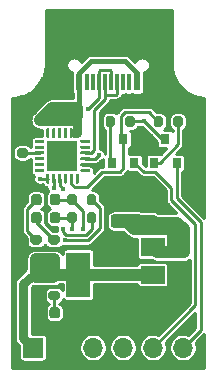
<source format=gbr>
%TF.GenerationSoftware,KiCad,Pcbnew,(5.1.9)-1*%
%TF.CreationDate,2021-05-04T17:18:08+07:00*%
%TF.ProjectId,usb_debug,7573625f-6465-4627-9567-2e6b69636164,rev?*%
%TF.SameCoordinates,Original*%
%TF.FileFunction,Copper,L1,Top*%
%TF.FilePolarity,Positive*%
%FSLAX46Y46*%
G04 Gerber Fmt 4.6, Leading zero omitted, Abs format (unit mm)*
G04 Created by KiCad (PCBNEW (5.1.9)-1) date 2021-05-04 17:18:08*
%MOMM*%
%LPD*%
G01*
G04 APERTURE LIST*
%TA.AperFunction,SMDPad,CuDef*%
%ADD10R,2.600000X2.600000*%
%TD*%
%TA.AperFunction,SMDPad,CuDef*%
%ADD11R,2.000000X1.500000*%
%TD*%
%TA.AperFunction,SMDPad,CuDef*%
%ADD12R,2.000000X3.800000*%
%TD*%
%TA.AperFunction,SMDPad,CuDef*%
%ADD13R,0.800000X0.900000*%
%TD*%
%TA.AperFunction,ComponentPad*%
%ADD14O,1.700000X1.700000*%
%TD*%
%TA.AperFunction,ComponentPad*%
%ADD15R,1.700000X1.700000*%
%TD*%
%TA.AperFunction,SMDPad,CuDef*%
%ADD16R,0.600000X1.450000*%
%TD*%
%TA.AperFunction,SMDPad,CuDef*%
%ADD17R,0.300000X1.450000*%
%TD*%
%TA.AperFunction,ComponentPad*%
%ADD18O,1.000000X2.100000*%
%TD*%
%TA.AperFunction,ComponentPad*%
%ADD19O,1.000000X1.600000*%
%TD*%
%TA.AperFunction,ViaPad*%
%ADD20C,0.400000*%
%TD*%
%TA.AperFunction,Conductor*%
%ADD21C,0.250000*%
%TD*%
%TA.AperFunction,Conductor*%
%ADD22C,0.800000*%
%TD*%
%TA.AperFunction,Conductor*%
%ADD23C,0.400000*%
%TD*%
%TA.AperFunction,Conductor*%
%ADD24C,1.000000*%
%TD*%
%TA.AperFunction,Conductor*%
%ADD25C,0.254000*%
%TD*%
%TA.AperFunction,Conductor*%
%ADD26C,0.100000*%
%TD*%
G04 APERTURE END LIST*
%TO.P,D3,2*%
%TO.N,Net-(D3-Pad2)*%
%TA.AperFunction,SMDPad,CuDef*%
G36*
G01*
X92577500Y-75436250D02*
X92577500Y-74923750D01*
G75*
G02*
X92796250Y-74705000I218750J0D01*
G01*
X93233750Y-74705000D01*
G75*
G02*
X93452500Y-74923750I0J-218750D01*
G01*
X93452500Y-75436250D01*
G75*
G02*
X93233750Y-75655000I-218750J0D01*
G01*
X92796250Y-75655000D01*
G75*
G02*
X92577500Y-75436250I0J218750D01*
G01*
G37*
%TD.AperFunction*%
%TO.P,D3,1*%
%TO.N,GND*%
%TA.AperFunction,SMDPad,CuDef*%
G36*
G01*
X91002500Y-75436250D02*
X91002500Y-74923750D01*
G75*
G02*
X91221250Y-74705000I218750J0D01*
G01*
X91658750Y-74705000D01*
G75*
G02*
X91877500Y-74923750I0J-218750D01*
G01*
X91877500Y-75436250D01*
G75*
G02*
X91658750Y-75655000I-218750J0D01*
G01*
X91221250Y-75655000D01*
G75*
G02*
X91002500Y-75436250I0J218750D01*
G01*
G37*
%TD.AperFunction*%
%TD*%
%TO.P,D2,2*%
%TO.N,Net-(D2-Pad2)*%
%TA.AperFunction,SMDPad,CuDef*%
G36*
G01*
X91907500Y-66873750D02*
X91907500Y-67386250D01*
G75*
G02*
X91688750Y-67605000I-218750J0D01*
G01*
X91251250Y-67605000D01*
G75*
G02*
X91032500Y-67386250I0J218750D01*
G01*
X91032500Y-66873750D01*
G75*
G02*
X91251250Y-66655000I218750J0D01*
G01*
X91688750Y-66655000D01*
G75*
G02*
X91907500Y-66873750I0J-218750D01*
G01*
G37*
%TD.AperFunction*%
%TO.P,D2,1*%
%TO.N,TX0*%
%TA.AperFunction,SMDPad,CuDef*%
G36*
G01*
X93482500Y-66873750D02*
X93482500Y-67386250D01*
G75*
G02*
X93263750Y-67605000I-218750J0D01*
G01*
X92826250Y-67605000D01*
G75*
G02*
X92607500Y-67386250I0J218750D01*
G01*
X92607500Y-66873750D01*
G75*
G02*
X92826250Y-66655000I218750J0D01*
G01*
X93263750Y-66655000D01*
G75*
G02*
X93482500Y-66873750I0J-218750D01*
G01*
G37*
%TD.AperFunction*%
%TD*%
%TO.P,D1,2*%
%TO.N,Net-(D1-Pad2)*%
%TA.AperFunction,SMDPad,CuDef*%
G36*
G01*
X91910000Y-65343750D02*
X91910000Y-65856250D01*
G75*
G02*
X91691250Y-66075000I-218750J0D01*
G01*
X91253750Y-66075000D01*
G75*
G02*
X91035000Y-65856250I0J218750D01*
G01*
X91035000Y-65343750D01*
G75*
G02*
X91253750Y-65125000I218750J0D01*
G01*
X91691250Y-65125000D01*
G75*
G02*
X91910000Y-65343750I0J-218750D01*
G01*
G37*
%TD.AperFunction*%
%TO.P,D1,1*%
%TO.N,RX0*%
%TA.AperFunction,SMDPad,CuDef*%
G36*
G01*
X93485000Y-65343750D02*
X93485000Y-65856250D01*
G75*
G02*
X93266250Y-66075000I-218750J0D01*
G01*
X92828750Y-66075000D01*
G75*
G02*
X92610000Y-65856250I0J218750D01*
G01*
X92610000Y-65343750D01*
G75*
G02*
X92828750Y-65125000I218750J0D01*
G01*
X93266250Y-65125000D01*
G75*
G02*
X93485000Y-65343750I0J-218750D01*
G01*
G37*
%TD.AperFunction*%
%TD*%
D10*
%TO.P,U2,25*%
%TO.N,Net-(U2-Pad25)*%
X93680000Y-61890000D03*
%TO.P,U2,24*%
%TO.N,Net-(U2-Pad24)*%
%TA.AperFunction,SMDPad,CuDef*%
G36*
G01*
X95055000Y-63477500D02*
X95055000Y-64177500D01*
G75*
G02*
X94992500Y-64240000I-62500J0D01*
G01*
X94867500Y-64240000D01*
G75*
G02*
X94805000Y-64177500I0J62500D01*
G01*
X94805000Y-63477500D01*
G75*
G02*
X94867500Y-63415000I62500J0D01*
G01*
X94992500Y-63415000D01*
G75*
G02*
X95055000Y-63477500I0J-62500D01*
G01*
G37*
%TD.AperFunction*%
%TO.P,U2,23*%
%TO.N,DTR*%
%TA.AperFunction,SMDPad,CuDef*%
G36*
G01*
X94555000Y-63477500D02*
X94555000Y-64177500D01*
G75*
G02*
X94492500Y-64240000I-62500J0D01*
G01*
X94367500Y-64240000D01*
G75*
G02*
X94305000Y-64177500I0J62500D01*
G01*
X94305000Y-63477500D01*
G75*
G02*
X94367500Y-63415000I62500J0D01*
G01*
X94492500Y-63415000D01*
G75*
G02*
X94555000Y-63477500I0J-62500D01*
G01*
G37*
%TD.AperFunction*%
%TO.P,U2,22*%
%TO.N,Net-(U2-Pad22)*%
%TA.AperFunction,SMDPad,CuDef*%
G36*
G01*
X94055000Y-63477500D02*
X94055000Y-64177500D01*
G75*
G02*
X93992500Y-64240000I-62500J0D01*
G01*
X93867500Y-64240000D01*
G75*
G02*
X93805000Y-64177500I0J62500D01*
G01*
X93805000Y-63477500D01*
G75*
G02*
X93867500Y-63415000I62500J0D01*
G01*
X93992500Y-63415000D01*
G75*
G02*
X94055000Y-63477500I0J-62500D01*
G01*
G37*
%TD.AperFunction*%
%TO.P,U2,21*%
%TO.N,Net-(R3-Pad2)*%
%TA.AperFunction,SMDPad,CuDef*%
G36*
G01*
X93555000Y-63477500D02*
X93555000Y-64177500D01*
G75*
G02*
X93492500Y-64240000I-62500J0D01*
G01*
X93367500Y-64240000D01*
G75*
G02*
X93305000Y-64177500I0J62500D01*
G01*
X93305000Y-63477500D01*
G75*
G02*
X93367500Y-63415000I62500J0D01*
G01*
X93492500Y-63415000D01*
G75*
G02*
X93555000Y-63477500I0J-62500D01*
G01*
G37*
%TD.AperFunction*%
%TO.P,U2,20*%
%TO.N,Net-(R4-Pad1)*%
%TA.AperFunction,SMDPad,CuDef*%
G36*
G01*
X93055000Y-63477500D02*
X93055000Y-64177500D01*
G75*
G02*
X92992500Y-64240000I-62500J0D01*
G01*
X92867500Y-64240000D01*
G75*
G02*
X92805000Y-64177500I0J62500D01*
G01*
X92805000Y-63477500D01*
G75*
G02*
X92867500Y-63415000I62500J0D01*
G01*
X92992500Y-63415000D01*
G75*
G02*
X93055000Y-63477500I0J-62500D01*
G01*
G37*
%TD.AperFunction*%
%TO.P,U2,19*%
%TO.N,RTS*%
%TA.AperFunction,SMDPad,CuDef*%
G36*
G01*
X92555000Y-63477500D02*
X92555000Y-64177500D01*
G75*
G02*
X92492500Y-64240000I-62500J0D01*
G01*
X92367500Y-64240000D01*
G75*
G02*
X92305000Y-64177500I0J62500D01*
G01*
X92305000Y-63477500D01*
G75*
G02*
X92367500Y-63415000I62500J0D01*
G01*
X92492500Y-63415000D01*
G75*
G02*
X92555000Y-63477500I0J-62500D01*
G01*
G37*
%TD.AperFunction*%
%TO.P,U2,18*%
%TO.N,Net-(U2-Pad18)*%
%TA.AperFunction,SMDPad,CuDef*%
G36*
G01*
X92155000Y-63077500D02*
X92155000Y-63202500D01*
G75*
G02*
X92092500Y-63265000I-62500J0D01*
G01*
X91392500Y-63265000D01*
G75*
G02*
X91330000Y-63202500I0J62500D01*
G01*
X91330000Y-63077500D01*
G75*
G02*
X91392500Y-63015000I62500J0D01*
G01*
X92092500Y-63015000D01*
G75*
G02*
X92155000Y-63077500I0J-62500D01*
G01*
G37*
%TD.AperFunction*%
%TO.P,U2,17*%
%TO.N,Net-(U2-Pad17)*%
%TA.AperFunction,SMDPad,CuDef*%
G36*
G01*
X92155000Y-62577500D02*
X92155000Y-62702500D01*
G75*
G02*
X92092500Y-62765000I-62500J0D01*
G01*
X91392500Y-62765000D01*
G75*
G02*
X91330000Y-62702500I0J62500D01*
G01*
X91330000Y-62577500D01*
G75*
G02*
X91392500Y-62515000I62500J0D01*
G01*
X92092500Y-62515000D01*
G75*
G02*
X92155000Y-62577500I0J-62500D01*
G01*
G37*
%TD.AperFunction*%
%TO.P,U2,16*%
%TO.N,Net-(U2-Pad16)*%
%TA.AperFunction,SMDPad,CuDef*%
G36*
G01*
X92155000Y-62077500D02*
X92155000Y-62202500D01*
G75*
G02*
X92092500Y-62265000I-62500J0D01*
G01*
X91392500Y-62265000D01*
G75*
G02*
X91330000Y-62202500I0J62500D01*
G01*
X91330000Y-62077500D01*
G75*
G02*
X91392500Y-62015000I62500J0D01*
G01*
X92092500Y-62015000D01*
G75*
G02*
X92155000Y-62077500I0J-62500D01*
G01*
G37*
%TD.AperFunction*%
%TO.P,U2,15*%
%TO.N,SU-*%
%TA.AperFunction,SMDPad,CuDef*%
G36*
G01*
X92155000Y-61577500D02*
X92155000Y-61702500D01*
G75*
G02*
X92092500Y-61765000I-62500J0D01*
G01*
X91392500Y-61765000D01*
G75*
G02*
X91330000Y-61702500I0J62500D01*
G01*
X91330000Y-61577500D01*
G75*
G02*
X91392500Y-61515000I62500J0D01*
G01*
X92092500Y-61515000D01*
G75*
G02*
X92155000Y-61577500I0J-62500D01*
G01*
G37*
%TD.AperFunction*%
%TO.P,U2,14*%
%TO.N,Net-(U2-Pad14)*%
%TA.AperFunction,SMDPad,CuDef*%
G36*
G01*
X92155000Y-61077500D02*
X92155000Y-61202500D01*
G75*
G02*
X92092500Y-61265000I-62500J0D01*
G01*
X91392500Y-61265000D01*
G75*
G02*
X91330000Y-61202500I0J62500D01*
G01*
X91330000Y-61077500D01*
G75*
G02*
X91392500Y-61015000I62500J0D01*
G01*
X92092500Y-61015000D01*
G75*
G02*
X92155000Y-61077500I0J-62500D01*
G01*
G37*
%TD.AperFunction*%
%TO.P,U2,13*%
%TO.N,Net-(U2-Pad13)*%
%TA.AperFunction,SMDPad,CuDef*%
G36*
G01*
X92155000Y-60577500D02*
X92155000Y-60702500D01*
G75*
G02*
X92092500Y-60765000I-62500J0D01*
G01*
X91392500Y-60765000D01*
G75*
G02*
X91330000Y-60702500I0J62500D01*
G01*
X91330000Y-60577500D01*
G75*
G02*
X91392500Y-60515000I62500J0D01*
G01*
X92092500Y-60515000D01*
G75*
G02*
X92155000Y-60577500I0J-62500D01*
G01*
G37*
%TD.AperFunction*%
%TO.P,U2,12*%
%TO.N,Net-(U2-Pad12)*%
%TA.AperFunction,SMDPad,CuDef*%
G36*
G01*
X92555000Y-59602500D02*
X92555000Y-60302500D01*
G75*
G02*
X92492500Y-60365000I-62500J0D01*
G01*
X92367500Y-60365000D01*
G75*
G02*
X92305000Y-60302500I0J62500D01*
G01*
X92305000Y-59602500D01*
G75*
G02*
X92367500Y-59540000I62500J0D01*
G01*
X92492500Y-59540000D01*
G75*
G02*
X92555000Y-59602500I0J-62500D01*
G01*
G37*
%TD.AperFunction*%
%TO.P,U2,11*%
%TO.N,Net-(U2-Pad11)*%
%TA.AperFunction,SMDPad,CuDef*%
G36*
G01*
X93055000Y-59602500D02*
X93055000Y-60302500D01*
G75*
G02*
X92992500Y-60365000I-62500J0D01*
G01*
X92867500Y-60365000D01*
G75*
G02*
X92805000Y-60302500I0J62500D01*
G01*
X92805000Y-59602500D01*
G75*
G02*
X92867500Y-59540000I62500J0D01*
G01*
X92992500Y-59540000D01*
G75*
G02*
X93055000Y-59602500I0J-62500D01*
G01*
G37*
%TD.AperFunction*%
%TO.P,U2,10*%
%TO.N,Net-(U2-Pad10)*%
%TA.AperFunction,SMDPad,CuDef*%
G36*
G01*
X93555000Y-59602500D02*
X93555000Y-60302500D01*
G75*
G02*
X93492500Y-60365000I-62500J0D01*
G01*
X93367500Y-60365000D01*
G75*
G02*
X93305000Y-60302500I0J62500D01*
G01*
X93305000Y-59602500D01*
G75*
G02*
X93367500Y-59540000I62500J0D01*
G01*
X93492500Y-59540000D01*
G75*
G02*
X93555000Y-59602500I0J-62500D01*
G01*
G37*
%TD.AperFunction*%
%TO.P,U2,9*%
%TO.N,Net-(U2-Pad9)*%
%TA.AperFunction,SMDPad,CuDef*%
G36*
G01*
X94055000Y-59602500D02*
X94055000Y-60302500D01*
G75*
G02*
X93992500Y-60365000I-62500J0D01*
G01*
X93867500Y-60365000D01*
G75*
G02*
X93805000Y-60302500I0J62500D01*
G01*
X93805000Y-59602500D01*
G75*
G02*
X93867500Y-59540000I62500J0D01*
G01*
X93992500Y-59540000D01*
G75*
G02*
X94055000Y-59602500I0J-62500D01*
G01*
G37*
%TD.AperFunction*%
%TO.P,U2,8*%
%TO.N,+5V*%
%TA.AperFunction,SMDPad,CuDef*%
G36*
G01*
X94555000Y-59602500D02*
X94555000Y-60302500D01*
G75*
G02*
X94492500Y-60365000I-62500J0D01*
G01*
X94367500Y-60365000D01*
G75*
G02*
X94305000Y-60302500I0J62500D01*
G01*
X94305000Y-59602500D01*
G75*
G02*
X94367500Y-59540000I62500J0D01*
G01*
X94492500Y-59540000D01*
G75*
G02*
X94555000Y-59602500I0J-62500D01*
G01*
G37*
%TD.AperFunction*%
%TO.P,U2,7*%
%TA.AperFunction,SMDPad,CuDef*%
G36*
G01*
X95055000Y-59602500D02*
X95055000Y-60302500D01*
G75*
G02*
X94992500Y-60365000I-62500J0D01*
G01*
X94867500Y-60365000D01*
G75*
G02*
X94805000Y-60302500I0J62500D01*
G01*
X94805000Y-59602500D01*
G75*
G02*
X94867500Y-59540000I62500J0D01*
G01*
X94992500Y-59540000D01*
G75*
G02*
X95055000Y-59602500I0J-62500D01*
G01*
G37*
%TD.AperFunction*%
%TO.P,U2,6*%
%TO.N,Net-(U2-Pad6)*%
%TA.AperFunction,SMDPad,CuDef*%
G36*
G01*
X96030000Y-60577500D02*
X96030000Y-60702500D01*
G75*
G02*
X95967500Y-60765000I-62500J0D01*
G01*
X95267500Y-60765000D01*
G75*
G02*
X95205000Y-60702500I0J62500D01*
G01*
X95205000Y-60577500D01*
G75*
G02*
X95267500Y-60515000I62500J0D01*
G01*
X95967500Y-60515000D01*
G75*
G02*
X96030000Y-60577500I0J-62500D01*
G01*
G37*
%TD.AperFunction*%
%TO.P,U2,5*%
%TO.N,Net-(U2-Pad5)*%
%TA.AperFunction,SMDPad,CuDef*%
G36*
G01*
X96030000Y-61077500D02*
X96030000Y-61202500D01*
G75*
G02*
X95967500Y-61265000I-62500J0D01*
G01*
X95267500Y-61265000D01*
G75*
G02*
X95205000Y-61202500I0J62500D01*
G01*
X95205000Y-61077500D01*
G75*
G02*
X95267500Y-61015000I62500J0D01*
G01*
X95967500Y-61015000D01*
G75*
G02*
X96030000Y-61077500I0J-62500D01*
G01*
G37*
%TD.AperFunction*%
%TO.P,U2,4*%
%TO.N,D-*%
%TA.AperFunction,SMDPad,CuDef*%
G36*
G01*
X96030000Y-61577500D02*
X96030000Y-61702500D01*
G75*
G02*
X95967500Y-61765000I-62500J0D01*
G01*
X95267500Y-61765000D01*
G75*
G02*
X95205000Y-61702500I0J62500D01*
G01*
X95205000Y-61577500D01*
G75*
G02*
X95267500Y-61515000I62500J0D01*
G01*
X95967500Y-61515000D01*
G75*
G02*
X96030000Y-61577500I0J-62500D01*
G01*
G37*
%TD.AperFunction*%
%TO.P,U2,3*%
%TO.N,D+*%
%TA.AperFunction,SMDPad,CuDef*%
G36*
G01*
X96030000Y-62077500D02*
X96030000Y-62202500D01*
G75*
G02*
X95967500Y-62265000I-62500J0D01*
G01*
X95267500Y-62265000D01*
G75*
G02*
X95205000Y-62202500I0J62500D01*
G01*
X95205000Y-62077500D01*
G75*
G02*
X95267500Y-62015000I62500J0D01*
G01*
X95967500Y-62015000D01*
G75*
G02*
X96030000Y-62077500I0J-62500D01*
G01*
G37*
%TD.AperFunction*%
%TO.P,U2,2*%
%TO.N,GND*%
%TA.AperFunction,SMDPad,CuDef*%
G36*
G01*
X96030000Y-62577500D02*
X96030000Y-62702500D01*
G75*
G02*
X95967500Y-62765000I-62500J0D01*
G01*
X95267500Y-62765000D01*
G75*
G02*
X95205000Y-62702500I0J62500D01*
G01*
X95205000Y-62577500D01*
G75*
G02*
X95267500Y-62515000I62500J0D01*
G01*
X95967500Y-62515000D01*
G75*
G02*
X96030000Y-62577500I0J-62500D01*
G01*
G37*
%TD.AperFunction*%
%TO.P,U2,1*%
%TO.N,Net-(U2-Pad1)*%
%TA.AperFunction,SMDPad,CuDef*%
G36*
G01*
X96030000Y-63077500D02*
X96030000Y-63202500D01*
G75*
G02*
X95967500Y-63265000I-62500J0D01*
G01*
X95267500Y-63265000D01*
G75*
G02*
X95205000Y-63202500I0J62500D01*
G01*
X95205000Y-63077500D01*
G75*
G02*
X95267500Y-63015000I62500J0D01*
G01*
X95967500Y-63015000D01*
G75*
G02*
X96030000Y-63077500I0J-62500D01*
G01*
G37*
%TD.AperFunction*%
%TD*%
D11*
%TO.P,U1,1*%
%TO.N,GND*%
X101320000Y-74240000D03*
%TO.P,U1,3*%
%TO.N,+5V*%
X101320000Y-69640000D03*
%TO.P,U1,2*%
%TO.N,+3V3*%
X101320000Y-71940000D03*
D12*
X95020000Y-71940000D03*
%TD*%
%TO.P,R8,2*%
%TO.N,Net-(Q2-Pad1)*%
%TA.AperFunction,SMDPad,CuDef*%
G36*
G01*
X103060000Y-59255000D02*
X103060000Y-58705000D01*
G75*
G02*
X103260000Y-58505000I200000J0D01*
G01*
X103660000Y-58505000D01*
G75*
G02*
X103860000Y-58705000I0J-200000D01*
G01*
X103860000Y-59255000D01*
G75*
G02*
X103660000Y-59455000I-200000J0D01*
G01*
X103260000Y-59455000D01*
G75*
G02*
X103060000Y-59255000I0J200000D01*
G01*
G37*
%TD.AperFunction*%
%TO.P,R8,1*%
%TO.N,DTR*%
%TA.AperFunction,SMDPad,CuDef*%
G36*
G01*
X101410000Y-59255000D02*
X101410000Y-58705000D01*
G75*
G02*
X101610000Y-58505000I200000J0D01*
G01*
X102010000Y-58505000D01*
G75*
G02*
X102210000Y-58705000I0J-200000D01*
G01*
X102210000Y-59255000D01*
G75*
G02*
X102010000Y-59455000I-200000J0D01*
G01*
X101610000Y-59455000D01*
G75*
G02*
X101410000Y-59255000I0J200000D01*
G01*
G37*
%TD.AperFunction*%
%TD*%
%TO.P,R7,2*%
%TO.N,Net-(Q1-Pad1)*%
%TA.AperFunction,SMDPad,CuDef*%
G36*
G01*
X98130000Y-58695000D02*
X98130000Y-59245000D01*
G75*
G02*
X97930000Y-59445000I-200000J0D01*
G01*
X97530000Y-59445000D01*
G75*
G02*
X97330000Y-59245000I0J200000D01*
G01*
X97330000Y-58695000D01*
G75*
G02*
X97530000Y-58495000I200000J0D01*
G01*
X97930000Y-58495000D01*
G75*
G02*
X98130000Y-58695000I0J-200000D01*
G01*
G37*
%TD.AperFunction*%
%TO.P,R7,1*%
%TO.N,RTS*%
%TA.AperFunction,SMDPad,CuDef*%
G36*
G01*
X99780000Y-58695000D02*
X99780000Y-59245000D01*
G75*
G02*
X99580000Y-59445000I-200000J0D01*
G01*
X99180000Y-59445000D01*
G75*
G02*
X98980000Y-59245000I0J200000D01*
G01*
X98980000Y-58695000D01*
G75*
G02*
X99180000Y-58495000I200000J0D01*
G01*
X99580000Y-58495000D01*
G75*
G02*
X99780000Y-58695000I0J-200000D01*
G01*
G37*
%TD.AperFunction*%
%TD*%
%TO.P,R6,2*%
%TO.N,+3V3*%
%TA.AperFunction,SMDPad,CuDef*%
G36*
G01*
X93245000Y-72460000D02*
X92695000Y-72460000D01*
G75*
G02*
X92495000Y-72260000I0J200000D01*
G01*
X92495000Y-71860000D01*
G75*
G02*
X92695000Y-71660000I200000J0D01*
G01*
X93245000Y-71660000D01*
G75*
G02*
X93445000Y-71860000I0J-200000D01*
G01*
X93445000Y-72260000D01*
G75*
G02*
X93245000Y-72460000I-200000J0D01*
G01*
G37*
%TD.AperFunction*%
%TO.P,R6,1*%
%TO.N,Net-(D3-Pad2)*%
%TA.AperFunction,SMDPad,CuDef*%
G36*
G01*
X93245000Y-74110000D02*
X92695000Y-74110000D01*
G75*
G02*
X92495000Y-73910000I0J200000D01*
G01*
X92495000Y-73510000D01*
G75*
G02*
X92695000Y-73310000I200000J0D01*
G01*
X93245000Y-73310000D01*
G75*
G02*
X93445000Y-73510000I0J-200000D01*
G01*
X93445000Y-73910000D01*
G75*
G02*
X93245000Y-74110000I-200000J0D01*
G01*
G37*
%TD.AperFunction*%
%TD*%
%TO.P,R5,2*%
%TO.N,GND*%
%TA.AperFunction,SMDPad,CuDef*%
G36*
G01*
X90015000Y-62890000D02*
X90565000Y-62890000D01*
G75*
G02*
X90765000Y-63090000I0J-200000D01*
G01*
X90765000Y-63490000D01*
G75*
G02*
X90565000Y-63690000I-200000J0D01*
G01*
X90015000Y-63690000D01*
G75*
G02*
X89815000Y-63490000I0J200000D01*
G01*
X89815000Y-63090000D01*
G75*
G02*
X90015000Y-62890000I200000J0D01*
G01*
G37*
%TD.AperFunction*%
%TO.P,R5,1*%
%TO.N,SU-*%
%TA.AperFunction,SMDPad,CuDef*%
G36*
G01*
X90015000Y-61240000D02*
X90565000Y-61240000D01*
G75*
G02*
X90765000Y-61440000I0J-200000D01*
G01*
X90765000Y-61840000D01*
G75*
G02*
X90565000Y-62040000I-200000J0D01*
G01*
X90015000Y-62040000D01*
G75*
G02*
X89815000Y-61840000I0J200000D01*
G01*
X89815000Y-61440000D01*
G75*
G02*
X90015000Y-61240000I200000J0D01*
G01*
G37*
%TD.AperFunction*%
%TD*%
%TO.P,R4,2*%
%TO.N,RX0*%
%TA.AperFunction,SMDPad,CuDef*%
G36*
G01*
X94890000Y-65315000D02*
X94890000Y-65865000D01*
G75*
G02*
X94690000Y-66065000I-200000J0D01*
G01*
X94290000Y-66065000D01*
G75*
G02*
X94090000Y-65865000I0J200000D01*
G01*
X94090000Y-65315000D01*
G75*
G02*
X94290000Y-65115000I200000J0D01*
G01*
X94690000Y-65115000D01*
G75*
G02*
X94890000Y-65315000I0J-200000D01*
G01*
G37*
%TD.AperFunction*%
%TO.P,R4,1*%
%TO.N,Net-(R4-Pad1)*%
%TA.AperFunction,SMDPad,CuDef*%
G36*
G01*
X96540000Y-65315000D02*
X96540000Y-65865000D01*
G75*
G02*
X96340000Y-66065000I-200000J0D01*
G01*
X95940000Y-66065000D01*
G75*
G02*
X95740000Y-65865000I0J200000D01*
G01*
X95740000Y-65315000D01*
G75*
G02*
X95940000Y-65115000I200000J0D01*
G01*
X96340000Y-65115000D01*
G75*
G02*
X96540000Y-65315000I0J-200000D01*
G01*
G37*
%TD.AperFunction*%
%TD*%
%TO.P,R3,2*%
%TO.N,Net-(R3-Pad2)*%
%TA.AperFunction,SMDPad,CuDef*%
G36*
G01*
X95740000Y-67405000D02*
X95740000Y-66855000D01*
G75*
G02*
X95940000Y-66655000I200000J0D01*
G01*
X96340000Y-66655000D01*
G75*
G02*
X96540000Y-66855000I0J-200000D01*
G01*
X96540000Y-67405000D01*
G75*
G02*
X96340000Y-67605000I-200000J0D01*
G01*
X95940000Y-67605000D01*
G75*
G02*
X95740000Y-67405000I0J200000D01*
G01*
G37*
%TD.AperFunction*%
%TO.P,R3,1*%
%TO.N,TX0*%
%TA.AperFunction,SMDPad,CuDef*%
G36*
G01*
X94090000Y-67405000D02*
X94090000Y-66855000D01*
G75*
G02*
X94290000Y-66655000I200000J0D01*
G01*
X94690000Y-66655000D01*
G75*
G02*
X94890000Y-66855000I0J-200000D01*
G01*
X94890000Y-67405000D01*
G75*
G02*
X94690000Y-67605000I-200000J0D01*
G01*
X94290000Y-67605000D01*
G75*
G02*
X94090000Y-67405000I0J200000D01*
G01*
G37*
%TD.AperFunction*%
%TD*%
%TO.P,R2,2*%
%TO.N,Net-(D2-Pad2)*%
%TA.AperFunction,SMDPad,CuDef*%
G36*
G01*
X93245000Y-69400000D02*
X92695000Y-69400000D01*
G75*
G02*
X92495000Y-69200000I0J200000D01*
G01*
X92495000Y-68800000D01*
G75*
G02*
X92695000Y-68600000I200000J0D01*
G01*
X93245000Y-68600000D01*
G75*
G02*
X93445000Y-68800000I0J-200000D01*
G01*
X93445000Y-69200000D01*
G75*
G02*
X93245000Y-69400000I-200000J0D01*
G01*
G37*
%TD.AperFunction*%
%TO.P,R2,1*%
%TO.N,+3V3*%
%TA.AperFunction,SMDPad,CuDef*%
G36*
G01*
X93245000Y-71050000D02*
X92695000Y-71050000D01*
G75*
G02*
X92495000Y-70850000I0J200000D01*
G01*
X92495000Y-70450000D01*
G75*
G02*
X92695000Y-70250000I200000J0D01*
G01*
X93245000Y-70250000D01*
G75*
G02*
X93445000Y-70450000I0J-200000D01*
G01*
X93445000Y-70850000D01*
G75*
G02*
X93245000Y-71050000I-200000J0D01*
G01*
G37*
%TD.AperFunction*%
%TD*%
%TO.P,R1,2*%
%TO.N,Net-(D1-Pad2)*%
%TA.AperFunction,SMDPad,CuDef*%
G36*
G01*
X91715000Y-69400000D02*
X91165000Y-69400000D01*
G75*
G02*
X90965000Y-69200000I0J200000D01*
G01*
X90965000Y-68800000D01*
G75*
G02*
X91165000Y-68600000I200000J0D01*
G01*
X91715000Y-68600000D01*
G75*
G02*
X91915000Y-68800000I0J-200000D01*
G01*
X91915000Y-69200000D01*
G75*
G02*
X91715000Y-69400000I-200000J0D01*
G01*
G37*
%TD.AperFunction*%
%TO.P,R1,1*%
%TO.N,+3V3*%
%TA.AperFunction,SMDPad,CuDef*%
G36*
G01*
X91715000Y-71050000D02*
X91165000Y-71050000D01*
G75*
G02*
X90965000Y-70850000I0J200000D01*
G01*
X90965000Y-70450000D01*
G75*
G02*
X91165000Y-70250000I200000J0D01*
G01*
X91715000Y-70250000D01*
G75*
G02*
X91915000Y-70450000I0J-200000D01*
G01*
X91915000Y-70850000D01*
G75*
G02*
X91715000Y-71050000I-200000J0D01*
G01*
G37*
%TD.AperFunction*%
%TD*%
D13*
%TO.P,Q2,3*%
%TO.N,RTS*%
X102390000Y-60470000D03*
%TO.P,Q2,2*%
%TO.N,EN*%
X103340000Y-62470000D03*
%TO.P,Q2,1*%
%TO.N,Net-(Q2-Pad1)*%
X101440000Y-62470000D03*
%TD*%
%TO.P,Q1,3*%
%TO.N,DTR*%
X98820000Y-60470000D03*
%TO.P,Q1,2*%
%TO.N,IO0*%
X99770000Y-62470000D03*
%TO.P,Q1,1*%
%TO.N,Net-(Q1-Pad1)*%
X97870000Y-62470000D03*
%TD*%
D14*
%TO.P,J2,6*%
%TO.N,EN*%
X103890000Y-78120000D03*
%TO.P,J2,5*%
%TO.N,IO0*%
X101350000Y-78120000D03*
%TO.P,J2,4*%
%TO.N,RX0*%
X98810000Y-78120000D03*
%TO.P,J2,3*%
%TO.N,TX0*%
X96270000Y-78120000D03*
%TO.P,J2,2*%
%TO.N,GND*%
X93730000Y-78120000D03*
D15*
%TO.P,J2,1*%
%TO.N,+3V3*%
X91190000Y-78120000D03*
%TD*%
D16*
%TO.P,J1,B1*%
%TO.N,GND*%
X94290000Y-55645000D03*
%TO.P,J1,A9*%
%TO.N,+5V*%
X95090000Y-55645000D03*
%TO.P,J1,B9*%
X99990000Y-55645000D03*
%TO.P,J1,B12*%
%TO.N,GND*%
X100790000Y-55645000D03*
%TO.P,J1,A1*%
X100790000Y-55645000D03*
%TO.P,J1,A4*%
%TO.N,+5V*%
X99990000Y-55645000D03*
%TO.P,J1,B4*%
X95090000Y-55645000D03*
%TO.P,J1,A12*%
%TO.N,GND*%
X94290000Y-55645000D03*
D17*
%TO.P,J1,B8*%
%TO.N,Net-(J1-PadB8)*%
X99290000Y-55645000D03*
%TO.P,J1,A5*%
%TO.N,Net-(J1-PadA5)*%
X98790000Y-55645000D03*
%TO.P,J1,B7*%
%TO.N,D-*%
X98290000Y-55645000D03*
%TO.P,J1,A7*%
X97290000Y-55645000D03*
%TO.P,J1,B6*%
%TO.N,D+*%
X96790000Y-55645000D03*
%TO.P,J1,A8*%
%TO.N,Net-(J1-PadA8)*%
X96290000Y-55645000D03*
%TO.P,J1,B5*%
%TO.N,Net-(J1-PadB5)*%
X95790000Y-55645000D03*
%TO.P,J1,A6*%
%TO.N,D+*%
X97790000Y-55645000D03*
D18*
%TO.P,J1,S1*%
%TO.N,GND*%
X93220000Y-54730000D03*
X101860000Y-54730000D03*
D19*
X101860000Y-50550000D03*
X93220000Y-50550000D03*
%TD*%
%TO.P,C3,2*%
%TO.N,GND*%
%TA.AperFunction,SMDPad,CuDef*%
G36*
G01*
X91200000Y-73210000D02*
X91700000Y-73210000D01*
G75*
G02*
X91925000Y-73435000I0J-225000D01*
G01*
X91925000Y-73885000D01*
G75*
G02*
X91700000Y-74110000I-225000J0D01*
G01*
X91200000Y-74110000D01*
G75*
G02*
X90975000Y-73885000I0J225000D01*
G01*
X90975000Y-73435000D01*
G75*
G02*
X91200000Y-73210000I225000J0D01*
G01*
G37*
%TD.AperFunction*%
%TO.P,C3,1*%
%TO.N,+3V3*%
%TA.AperFunction,SMDPad,CuDef*%
G36*
G01*
X91200000Y-71660000D02*
X91700000Y-71660000D01*
G75*
G02*
X91925000Y-71885000I0J-225000D01*
G01*
X91925000Y-72335000D01*
G75*
G02*
X91700000Y-72560000I-225000J0D01*
G01*
X91200000Y-72560000D01*
G75*
G02*
X90975000Y-72335000I0J225000D01*
G01*
X90975000Y-71885000D01*
G75*
G02*
X91200000Y-71660000I225000J0D01*
G01*
G37*
%TD.AperFunction*%
%TD*%
%TO.P,C2,2*%
%TO.N,GND*%
%TA.AperFunction,SMDPad,CuDef*%
G36*
G01*
X101740000Y-66430000D02*
X101240000Y-66430000D01*
G75*
G02*
X101015000Y-66205000I0J225000D01*
G01*
X101015000Y-65755000D01*
G75*
G02*
X101240000Y-65530000I225000J0D01*
G01*
X101740000Y-65530000D01*
G75*
G02*
X101965000Y-65755000I0J-225000D01*
G01*
X101965000Y-66205000D01*
G75*
G02*
X101740000Y-66430000I-225000J0D01*
G01*
G37*
%TD.AperFunction*%
%TO.P,C2,1*%
%TO.N,+5V*%
%TA.AperFunction,SMDPad,CuDef*%
G36*
G01*
X101740000Y-67980000D02*
X101240000Y-67980000D01*
G75*
G02*
X101015000Y-67755000I0J225000D01*
G01*
X101015000Y-67305000D01*
G75*
G02*
X101240000Y-67080000I225000J0D01*
G01*
X101740000Y-67080000D01*
G75*
G02*
X101965000Y-67305000I0J-225000D01*
G01*
X101965000Y-67755000D01*
G75*
G02*
X101740000Y-67980000I-225000J0D01*
G01*
G37*
%TD.AperFunction*%
%TD*%
%TO.P,C1,2*%
%TO.N,+5V*%
%TA.AperFunction,SMDPad,CuDef*%
G36*
G01*
X97999999Y-66835000D02*
X100200001Y-66835000D01*
G75*
G02*
X100450000Y-67084999I0J-249999D01*
G01*
X100450000Y-67735001D01*
G75*
G02*
X100200001Y-67985000I-249999J0D01*
G01*
X97999999Y-67985000D01*
G75*
G02*
X97750000Y-67735001I0J249999D01*
G01*
X97750000Y-67084999D01*
G75*
G02*
X97999999Y-66835000I249999J0D01*
G01*
G37*
%TD.AperFunction*%
%TO.P,C1,1*%
%TO.N,GND*%
%TA.AperFunction,SMDPad,CuDef*%
G36*
G01*
X97999999Y-63885000D02*
X100200001Y-63885000D01*
G75*
G02*
X100450000Y-64134999I0J-249999D01*
G01*
X100450000Y-64785001D01*
G75*
G02*
X100200001Y-65035000I-249999J0D01*
G01*
X97999999Y-65035000D01*
G75*
G02*
X97750000Y-64785001I0J249999D01*
G01*
X97750000Y-64134999D01*
G75*
G02*
X97999999Y-63885000I249999J0D01*
G01*
G37*
%TD.AperFunction*%
%TD*%
D20*
%TO.N,+5V*%
X92500000Y-58839990D03*
X93180010Y-58839990D03*
X93930010Y-58839990D03*
X94660010Y-58839990D03*
X93150000Y-58060000D03*
X93930000Y-58060000D03*
X94680000Y-58060000D03*
X103000000Y-68060000D03*
X103010000Y-70000000D03*
X103960000Y-70030000D03*
X103940000Y-68070000D03*
X103950000Y-69090000D03*
X102990000Y-69080000D03*
%TO.N,GND*%
X96710000Y-62680000D03*
X100030000Y-60240000D03*
X101160000Y-60230000D03*
%TO.N,RX0*%
X95414990Y-68060000D03*
%TO.N,TX0*%
X94490000Y-68060000D03*
%TO.N,D+*%
X95850000Y-57900000D03*
X96750000Y-61800000D03*
%TO.N,RTS*%
X100580000Y-58970000D03*
X91750000Y-63840000D03*
%TO.N,Net-(R3-Pad2)*%
X93730000Y-64670000D03*
X93730000Y-68040000D03*
%TO.N,Net-(R4-Pad1)*%
X92930000Y-64640000D03*
X93860000Y-69030000D03*
%TD*%
D21*
%TO.N,+5V*%
X94930000Y-59952500D02*
X94430000Y-59952500D01*
D22*
X93440000Y-58310000D02*
X94630000Y-58310000D01*
X94930000Y-59952500D02*
X94930000Y-59020000D01*
D23*
X93860000Y-57890000D02*
X93829998Y-57920002D01*
D22*
X94930000Y-59020000D02*
X94930000Y-58430000D01*
D24*
X94749990Y-58839990D02*
X94660010Y-58839990D01*
X92500000Y-58839990D02*
X92500000Y-58839990D01*
X93180010Y-58839990D02*
X92500000Y-58839990D01*
X93930010Y-58839990D02*
X93180010Y-58839990D01*
X94660010Y-58839990D02*
X93930010Y-58839990D01*
D22*
X94930000Y-59952500D02*
X94655010Y-59952500D01*
D24*
X103010000Y-68070000D02*
X103000000Y-68060000D01*
X103010000Y-70000000D02*
X103010000Y-68070000D01*
X103960000Y-68090000D02*
X103940000Y-68070000D01*
X103960000Y-70030000D02*
X103960000Y-68090000D01*
X101710000Y-70030000D02*
X101320000Y-69640000D01*
X103960000Y-70030000D02*
X101710000Y-70030000D01*
X99760000Y-68070000D02*
X99100000Y-67410000D01*
X103940000Y-68070000D02*
X99760000Y-68070000D01*
X103400000Y-67530000D02*
X103940000Y-68070000D01*
X101490000Y-67530000D02*
X103400000Y-67530000D01*
X101370000Y-67410000D02*
X101490000Y-67530000D01*
X99100000Y-67410000D02*
X101370000Y-67410000D01*
D23*
X95090000Y-57680000D02*
X93930010Y-58839990D01*
X95090000Y-55645000D02*
X95090000Y-57680000D01*
X95090000Y-54833002D02*
X95090000Y-55645000D01*
X96071003Y-53851999D02*
X95090000Y-54833002D01*
X99008997Y-53851999D02*
X96071003Y-53851999D01*
X99990000Y-54833002D02*
X99008997Y-53851999D01*
X99990000Y-55645000D02*
X99990000Y-54833002D01*
D24*
X93150000Y-58060000D02*
X94680000Y-58060000D01*
X93400000Y-57810000D02*
X93150000Y-58060000D01*
X94949999Y-57810000D02*
X93400000Y-57810000D01*
X94949999Y-58550001D02*
X94949999Y-57810000D01*
X94660010Y-58839990D02*
X94949999Y-58550001D01*
X92500000Y-58839990D02*
X91799990Y-58839990D01*
X92829980Y-57810000D02*
X93400000Y-57810000D01*
X91799990Y-58839990D02*
X92829980Y-57810000D01*
%TO.N,+3V3*%
X101320000Y-71940000D02*
X95020000Y-71940000D01*
X92920000Y-72110000D02*
X92970000Y-72060000D01*
X91450000Y-72110000D02*
X92920000Y-72110000D01*
X91440000Y-72100000D02*
X91450000Y-72110000D01*
X91440000Y-70650000D02*
X91440000Y-72100000D01*
X91440000Y-70650000D02*
X92970000Y-70650000D01*
X92970000Y-70650000D02*
X92970000Y-72060000D01*
X92730000Y-71940000D02*
X91440000Y-70650000D01*
X95020000Y-71940000D02*
X92730000Y-71940000D01*
D22*
X90374990Y-77304990D02*
X91190000Y-78120000D01*
X90374990Y-72710010D02*
X90374990Y-77304990D01*
X90975000Y-72110000D02*
X90374990Y-72710010D01*
X91450000Y-72110000D02*
X90975000Y-72110000D01*
D21*
%TO.N,Net-(D1-Pad2)*%
X90707490Y-68267490D02*
X91440000Y-69000000D01*
X90707490Y-66365010D02*
X90707490Y-68267490D01*
X91472500Y-65600000D02*
X90707490Y-66365010D01*
%TO.N,RX0*%
X94480000Y-65600000D02*
X94490000Y-65590000D01*
X93047500Y-65600000D02*
X94480000Y-65600000D01*
X94490000Y-65590000D02*
X95414990Y-66514990D01*
X95414990Y-68104990D02*
X95414990Y-68104990D01*
X95414990Y-68060000D02*
X95414990Y-66514990D01*
%TO.N,Net-(D2-Pad2)*%
X91470000Y-67500000D02*
X92970000Y-69000000D01*
X91470000Y-67130000D02*
X91470000Y-67500000D01*
%TO.N,TX0*%
X93045000Y-67130000D02*
X94490000Y-67130000D01*
X94490000Y-67130000D02*
X94490000Y-68060000D01*
X94490000Y-68060000D02*
X94490000Y-68060000D01*
%TO.N,Net-(D3-Pad2)*%
X92970000Y-75135000D02*
X93015000Y-75180000D01*
X92970000Y-73710000D02*
X92970000Y-75135000D01*
%TO.N,D-*%
X97270000Y-55154998D02*
X97270000Y-56115000D01*
X96132998Y-61640000D02*
X95617500Y-61640000D01*
X96375001Y-61397997D02*
X96132998Y-61640000D01*
X96375001Y-58011409D02*
X96375001Y-61397997D01*
X97290000Y-57096410D02*
X96375001Y-58011409D01*
X97290000Y-55645000D02*
X97290000Y-57096410D01*
X97290000Y-56605002D02*
X97290000Y-55645000D01*
X97379999Y-56695001D02*
X97290000Y-56605002D01*
X98214999Y-56695001D02*
X97379999Y-56695001D01*
X98290000Y-56620000D02*
X98214999Y-56695001D01*
X98290000Y-55645000D02*
X98290000Y-56620000D01*
%TO.N,D+*%
X96700000Y-61850000D02*
X96700000Y-61850000D01*
X96410000Y-62140000D02*
X95617500Y-62140000D01*
X96750000Y-61800000D02*
X96750000Y-61800000D01*
X96750000Y-61800000D02*
X96750000Y-61800000D01*
X96750000Y-61800000D02*
X96410000Y-62140000D01*
X95850000Y-57900000D02*
X96770000Y-56980000D01*
X96584999Y-57165001D02*
X96770000Y-56980000D01*
X96790000Y-56960000D02*
X96770000Y-56980000D01*
X96790000Y-55645000D02*
X96790000Y-56960000D01*
X97790000Y-54684998D02*
X97790000Y-55645000D01*
X97700001Y-54594999D02*
X97790000Y-54684998D01*
X96879999Y-54594999D02*
X97700001Y-54594999D01*
X96790000Y-54684998D02*
X96879999Y-54594999D01*
X96790000Y-55645000D02*
X96790000Y-54684998D01*
%TO.N,Net-(J1-PadA8)*%
X96270000Y-56115000D02*
X96270000Y-55154998D01*
%TO.N,EN*%
X103340000Y-62470000D02*
X103340000Y-65453590D01*
X105370010Y-76639990D02*
X103890000Y-78120000D01*
X105370010Y-67483600D02*
X105370010Y-76639990D01*
X103340000Y-65453590D02*
X105370010Y-67483600D01*
%TO.N,IO0*%
X99770000Y-62470000D02*
X99770000Y-62520000D01*
X101555001Y-63245001D02*
X100545001Y-63245001D01*
X102889990Y-64579990D02*
X101555001Y-63245001D01*
X102889990Y-65639990D02*
X102889990Y-64579990D01*
X104920000Y-74550000D02*
X104920000Y-67670000D01*
X100545001Y-63245001D02*
X99770000Y-62470000D01*
X104920000Y-67670000D02*
X102889990Y-65639990D01*
X101350000Y-78120000D02*
X104920000Y-74550000D01*
%TO.N,DTR*%
X100999990Y-58169990D02*
X101810000Y-58980000D01*
X98962532Y-58169990D02*
X100999990Y-58169990D01*
X98654990Y-58477532D02*
X98962532Y-58169990D01*
X98654990Y-60304990D02*
X98654990Y-58477532D01*
X98820000Y-60470000D02*
X98654990Y-60304990D01*
X98820000Y-62955002D02*
X98820000Y-60470000D01*
X98530001Y-63245001D02*
X98820000Y-62955002D01*
X97064999Y-63245001D02*
X98530001Y-63245001D01*
X95744990Y-64565010D02*
X97064999Y-63245001D01*
X94706988Y-64565010D02*
X95744990Y-64565010D01*
X94430000Y-64288022D02*
X94706988Y-64565010D01*
X94430000Y-63827500D02*
X94430000Y-64288022D01*
%TO.N,Net-(Q1-Pad1)*%
X97730000Y-62330000D02*
X97870000Y-62470000D01*
X97730000Y-58970000D02*
X97730000Y-62330000D01*
%TO.N,RTS*%
X102535010Y-60324990D02*
X102390000Y-60470000D01*
X99380000Y-58970000D02*
X100580000Y-58970000D01*
X102080000Y-60470000D02*
X102390000Y-60470000D01*
X100580000Y-58970000D02*
X102080000Y-60470000D01*
X100580000Y-58970000D02*
X100580000Y-58970000D01*
X91762500Y-63827500D02*
X91750000Y-63840000D01*
X92430000Y-63827500D02*
X91762500Y-63827500D01*
%TO.N,Net-(Q2-Pad1)*%
X101904998Y-62470000D02*
X101440000Y-62470000D01*
X103460000Y-60914998D02*
X101904998Y-62470000D01*
X103460000Y-58980000D02*
X103460000Y-60914998D01*
%TO.N,Net-(R3-Pad2)*%
X93430000Y-63827500D02*
X93430000Y-64288022D01*
X96140000Y-68111992D02*
X95666991Y-68585001D01*
X96140000Y-67130000D02*
X96140000Y-68111992D01*
X93430000Y-63827500D02*
X93430000Y-64370000D01*
X93430000Y-64370000D02*
X93730000Y-64670000D01*
X93730000Y-64670000D02*
X93730000Y-64670000D01*
X93730000Y-68322842D02*
X93730000Y-68040000D01*
X93992159Y-68585001D02*
X93730000Y-68322842D01*
X95666991Y-68585001D02*
X93992159Y-68585001D01*
%TO.N,Net-(R4-Pad1)*%
X96865010Y-66315010D02*
X96865010Y-68023392D01*
X96865010Y-68023392D02*
X96865010Y-68023392D01*
X96140000Y-65590000D02*
X96865010Y-66315010D01*
X92930000Y-63827500D02*
X92930000Y-64640000D01*
X92930000Y-64640000D02*
X92930000Y-64640000D01*
X95853391Y-69035011D02*
X93860000Y-69035011D01*
X96865010Y-68023392D02*
X95853391Y-69035011D01*
%TO.N,SU-*%
X91742500Y-61640000D02*
X90290000Y-61640000D01*
%TD*%
D25*
%TO.N,GND*%
X102925672Y-54081248D02*
X102926292Y-54087544D01*
X102964836Y-54547492D01*
X102967129Y-54560000D01*
X102969068Y-54572550D01*
X102969609Y-54574601D01*
X103111172Y-55096348D01*
X103116066Y-55109244D01*
X103120767Y-55122175D01*
X103121697Y-55124083D01*
X103361903Y-55608394D01*
X103369213Y-55620101D01*
X103376333Y-55631867D01*
X103377615Y-55633558D01*
X103707318Y-56061991D01*
X103716771Y-56072064D01*
X103726032Y-56082213D01*
X103727618Y-56083623D01*
X104134259Y-56439856D01*
X104145458Y-56447879D01*
X104156544Y-56456058D01*
X104158374Y-56457133D01*
X104626462Y-56727598D01*
X104639005Y-56733293D01*
X104651469Y-56739163D01*
X104653473Y-56739862D01*
X105165181Y-56914258D01*
X105178598Y-56917410D01*
X105191959Y-56920746D01*
X105194060Y-56921042D01*
X105648347Y-56981815D01*
X105648347Y-67122713D01*
X103792000Y-65266367D01*
X103792000Y-63243460D01*
X103804103Y-63242268D01*
X103865743Y-63223570D01*
X103922550Y-63193206D01*
X103972343Y-63152343D01*
X104013206Y-63102550D01*
X104043570Y-63045743D01*
X104062268Y-62984103D01*
X104068582Y-62920000D01*
X104068582Y-62020000D01*
X104062268Y-61955897D01*
X104043570Y-61894257D01*
X104013206Y-61837450D01*
X103972343Y-61787657D01*
X103922550Y-61746794D01*
X103865743Y-61716430D01*
X103804103Y-61697732D01*
X103740000Y-61691418D01*
X103322804Y-61691418D01*
X103763905Y-61250317D01*
X103781159Y-61236157D01*
X103837643Y-61167331D01*
X103879614Y-61088808D01*
X103905460Y-61003605D01*
X103905697Y-61001204D01*
X103914187Y-60914998D01*
X103912000Y-60892793D01*
X103912000Y-59716770D01*
X103953664Y-59694500D01*
X104033764Y-59628764D01*
X104099500Y-59548664D01*
X104148346Y-59457280D01*
X104178425Y-59358121D01*
X104188582Y-59255000D01*
X104188582Y-58705000D01*
X104178425Y-58601879D01*
X104148346Y-58502720D01*
X104099500Y-58411336D01*
X104033764Y-58331236D01*
X103953664Y-58265500D01*
X103862280Y-58216654D01*
X103763121Y-58186575D01*
X103660000Y-58176418D01*
X103260000Y-58176418D01*
X103156879Y-58186575D01*
X103057720Y-58216654D01*
X102966336Y-58265500D01*
X102886236Y-58331236D01*
X102820500Y-58411336D01*
X102771654Y-58502720D01*
X102741575Y-58601879D01*
X102731418Y-58705000D01*
X102731418Y-59255000D01*
X102741575Y-59358121D01*
X102771654Y-59457280D01*
X102820500Y-59548664D01*
X102886236Y-59628764D01*
X102966336Y-59694500D01*
X103008000Y-59716770D01*
X103008000Y-59775887D01*
X102972550Y-59746794D01*
X102915743Y-59716430D01*
X102854103Y-59697732D01*
X102790000Y-59691418D01*
X102307419Y-59691418D01*
X102383764Y-59628764D01*
X102449500Y-59548664D01*
X102498346Y-59457280D01*
X102528425Y-59358121D01*
X102538582Y-59255000D01*
X102538582Y-58705000D01*
X102528425Y-58601879D01*
X102498346Y-58502720D01*
X102449500Y-58411336D01*
X102383764Y-58331236D01*
X102303664Y-58265500D01*
X102212280Y-58216654D01*
X102113121Y-58186575D01*
X102010000Y-58176418D01*
X101645642Y-58176418D01*
X101335313Y-57866090D01*
X101321149Y-57848831D01*
X101252323Y-57792347D01*
X101173800Y-57750376D01*
X101088597Y-57724530D01*
X101022195Y-57717990D01*
X100999990Y-57715803D01*
X100977785Y-57717990D01*
X98984736Y-57717990D01*
X98962531Y-57715803D01*
X98873924Y-57724530D01*
X98839512Y-57734969D01*
X98788722Y-57750376D01*
X98710199Y-57792347D01*
X98641373Y-57848831D01*
X98627217Y-57866080D01*
X98351085Y-58142214D01*
X98333832Y-58156373D01*
X98290192Y-58209549D01*
X98277348Y-58225199D01*
X98249721Y-58276885D01*
X98223664Y-58255500D01*
X98132280Y-58206654D01*
X98033121Y-58176575D01*
X97930000Y-58166418D01*
X97530000Y-58166418D01*
X97426879Y-58176575D01*
X97327720Y-58206654D01*
X97236336Y-58255500D01*
X97156236Y-58321236D01*
X97090500Y-58401336D01*
X97041654Y-58492720D01*
X97011575Y-58591879D01*
X97001418Y-58695000D01*
X97001418Y-59245000D01*
X97011575Y-59348121D01*
X97041654Y-59447280D01*
X97090500Y-59538664D01*
X97156236Y-59618764D01*
X97236336Y-59684500D01*
X97278000Y-59706770D01*
X97278001Y-61754549D01*
X97277000Y-61755370D01*
X97277000Y-61748095D01*
X97256748Y-61646280D01*
X97217021Y-61550372D01*
X97159348Y-61464057D01*
X97085943Y-61390652D01*
X96999628Y-61332979D01*
X96903720Y-61293252D01*
X96827001Y-61277992D01*
X96827001Y-58198632D01*
X97593905Y-57431729D01*
X97611159Y-57417569D01*
X97667643Y-57348743D01*
X97709614Y-57270220D01*
X97727174Y-57212333D01*
X97735460Y-57185018D01*
X97739204Y-57147001D01*
X98192794Y-57147001D01*
X98214999Y-57149188D01*
X98237204Y-57147001D01*
X98303606Y-57140461D01*
X98388809Y-57114615D01*
X98467332Y-57072644D01*
X98536158Y-57016160D01*
X98550321Y-56998902D01*
X98593903Y-56955320D01*
X98611159Y-56941159D01*
X98667643Y-56872333D01*
X98709614Y-56793810D01*
X98735460Y-56708607D01*
X98736447Y-56698582D01*
X98940000Y-56698582D01*
X99004103Y-56692268D01*
X99040000Y-56681379D01*
X99075897Y-56692268D01*
X99140000Y-56698582D01*
X99440000Y-56698582D01*
X99504103Y-56692268D01*
X99565000Y-56673795D01*
X99625897Y-56692268D01*
X99690000Y-56698582D01*
X100290000Y-56698582D01*
X100354103Y-56692268D01*
X100415743Y-56673570D01*
X100472550Y-56643206D01*
X100522343Y-56602343D01*
X100563206Y-56552550D01*
X100593570Y-56495743D01*
X100612268Y-56434103D01*
X100618582Y-56370000D01*
X100618582Y-54920000D01*
X100612268Y-54855897D01*
X100604435Y-54830076D01*
X100620181Y-54826944D01*
X100738838Y-54777795D01*
X100845626Y-54706442D01*
X100936442Y-54615626D01*
X101007795Y-54508838D01*
X101056944Y-54390181D01*
X101082000Y-54264216D01*
X101082000Y-54135784D01*
X101056944Y-54009819D01*
X101007795Y-53891162D01*
X100936442Y-53784374D01*
X100845626Y-53693558D01*
X100738838Y-53622205D01*
X100620181Y-53573056D01*
X100494216Y-53548000D01*
X100365784Y-53548000D01*
X100239819Y-53573056D01*
X100121162Y-53622205D01*
X100014374Y-53693558D01*
X99923558Y-53784374D01*
X99852205Y-53891162D01*
X99834996Y-53932708D01*
X99399952Y-53497665D01*
X99383445Y-53477551D01*
X99303199Y-53411695D01*
X99211647Y-53362760D01*
X99112307Y-53332625D01*
X99034878Y-53324999D01*
X99008997Y-53322450D01*
X98983116Y-53324999D01*
X96096884Y-53324999D01*
X96071003Y-53322450D01*
X96045122Y-53324999D01*
X95967693Y-53332625D01*
X95868353Y-53362760D01*
X95776801Y-53411695D01*
X95696555Y-53477551D01*
X95680056Y-53497655D01*
X95245004Y-53932708D01*
X95227795Y-53891162D01*
X95156442Y-53784374D01*
X95065626Y-53693558D01*
X94958838Y-53622205D01*
X94840181Y-53573056D01*
X94714216Y-53548000D01*
X94585784Y-53548000D01*
X94459819Y-53573056D01*
X94341162Y-53622205D01*
X94234374Y-53693558D01*
X94143558Y-53784374D01*
X94072205Y-53891162D01*
X94023056Y-54009819D01*
X93998000Y-54135784D01*
X93998000Y-54264216D01*
X94023056Y-54390181D01*
X94072205Y-54508838D01*
X94143558Y-54615626D01*
X94234374Y-54706442D01*
X94341162Y-54777795D01*
X94459819Y-54826944D01*
X94475565Y-54830076D01*
X94467732Y-54855897D01*
X94461418Y-54920000D01*
X94461418Y-56370000D01*
X94467732Y-56434103D01*
X94486430Y-56495743D01*
X94516794Y-56552550D01*
X94557657Y-56602343D01*
X94563000Y-56606728D01*
X94563001Y-56983000D01*
X93440610Y-56983000D01*
X93399999Y-56979000D01*
X93359388Y-56983000D01*
X92870594Y-56983000D01*
X92829980Y-56979000D01*
X92789366Y-56983000D01*
X92789356Y-56983000D01*
X92667860Y-56994966D01*
X92511970Y-57042255D01*
X92452230Y-57074187D01*
X92368300Y-57119048D01*
X92273928Y-57196498D01*
X92242374Y-57222394D01*
X92216479Y-57253947D01*
X91243942Y-58226485D01*
X91212384Y-58252384D01*
X91109038Y-58378311D01*
X91032245Y-58521980D01*
X90984956Y-58677870D01*
X90968989Y-58839990D01*
X90984956Y-59002110D01*
X91032245Y-59158000D01*
X91109038Y-59301669D01*
X91212384Y-59427596D01*
X91338311Y-59530942D01*
X91481980Y-59607735D01*
X91637870Y-59655024D01*
X91759366Y-59666990D01*
X91759376Y-59666990D01*
X91799990Y-59670990D01*
X91840604Y-59666990D01*
X91976418Y-59666990D01*
X91976418Y-60186418D01*
X91392500Y-60186418D01*
X91316204Y-60193933D01*
X91242839Y-60216187D01*
X91175226Y-60252327D01*
X91115963Y-60300963D01*
X91067327Y-60360226D01*
X91031187Y-60427839D01*
X91008933Y-60501204D01*
X91001418Y-60577500D01*
X91001418Y-60702500D01*
X91008933Y-60778796D01*
X91031187Y-60852161D01*
X91051412Y-60890000D01*
X91031187Y-60927839D01*
X91008933Y-61001204D01*
X91001418Y-61077500D01*
X91001418Y-61142581D01*
X90938764Y-61066236D01*
X90858664Y-61000500D01*
X90767280Y-60951654D01*
X90668121Y-60921575D01*
X90565000Y-60911418D01*
X90015000Y-60911418D01*
X89911879Y-60921575D01*
X89812720Y-60951654D01*
X89721336Y-61000500D01*
X89641236Y-61066236D01*
X89575500Y-61146336D01*
X89526654Y-61237720D01*
X89496575Y-61336879D01*
X89486418Y-61440000D01*
X89486418Y-61840000D01*
X89496575Y-61943121D01*
X89526654Y-62042280D01*
X89575500Y-62133664D01*
X89641236Y-62213764D01*
X89721336Y-62279500D01*
X89812720Y-62328346D01*
X89911879Y-62358425D01*
X90015000Y-62368582D01*
X90565000Y-62368582D01*
X90668121Y-62358425D01*
X90767280Y-62328346D01*
X90858664Y-62279500D01*
X90938764Y-62213764D01*
X91001418Y-62137419D01*
X91001418Y-62202500D01*
X91008933Y-62278796D01*
X91031187Y-62352161D01*
X91051412Y-62390000D01*
X91031187Y-62427839D01*
X91008933Y-62501204D01*
X91001418Y-62577500D01*
X91001418Y-62702500D01*
X91008933Y-62778796D01*
X91031187Y-62852161D01*
X91051412Y-62890000D01*
X91031187Y-62927839D01*
X91008933Y-63001204D01*
X91001418Y-63077500D01*
X91001418Y-63202500D01*
X91008933Y-63278796D01*
X91031187Y-63352161D01*
X91067327Y-63419774D01*
X91115963Y-63479037D01*
X91175226Y-63527673D01*
X91242839Y-63563813D01*
X91290970Y-63578413D01*
X91282979Y-63590372D01*
X91243252Y-63686280D01*
X91223000Y-63788095D01*
X91223000Y-63891905D01*
X91243252Y-63993720D01*
X91282979Y-64089628D01*
X91340652Y-64175943D01*
X91414057Y-64249348D01*
X91500372Y-64307021D01*
X91596280Y-64346748D01*
X91698095Y-64367000D01*
X91801905Y-64367000D01*
X91903720Y-64346748D01*
X91999628Y-64307021D01*
X92000002Y-64306771D01*
X92006187Y-64327161D01*
X92042327Y-64394774D01*
X92090963Y-64454037D01*
X92150226Y-64502673D01*
X92217839Y-64538813D01*
X92291204Y-64561067D01*
X92367500Y-64568582D01*
X92406881Y-64568582D01*
X92403000Y-64588095D01*
X92403000Y-64691905D01*
X92423252Y-64793720D01*
X92462979Y-64889628D01*
X92484409Y-64921701D01*
X92441728Y-64956728D01*
X92373660Y-65039669D01*
X92323081Y-65134295D01*
X92291935Y-65236971D01*
X92281418Y-65343750D01*
X92281418Y-65856250D01*
X92291935Y-65963029D01*
X92323081Y-66065705D01*
X92373660Y-66160331D01*
X92441728Y-66243272D01*
X92524669Y-66311340D01*
X92619295Y-66361919D01*
X92628202Y-66364621D01*
X92616795Y-66368081D01*
X92522169Y-66418660D01*
X92439228Y-66486728D01*
X92371160Y-66569669D01*
X92320581Y-66664295D01*
X92289435Y-66766971D01*
X92278918Y-66873750D01*
X92278918Y-67386250D01*
X92289435Y-67493029D01*
X92320581Y-67595705D01*
X92371160Y-67690331D01*
X92439228Y-67773272D01*
X92522169Y-67841340D01*
X92616795Y-67891919D01*
X92719471Y-67923065D01*
X92826250Y-67933582D01*
X93213843Y-67933582D01*
X93203000Y-67988095D01*
X93203000Y-68091905D01*
X93223252Y-68193720D01*
X93255880Y-68272490D01*
X93245000Y-68271418D01*
X92880642Y-68271418D01*
X92196865Y-67587641D01*
X92225565Y-67493029D01*
X92236082Y-67386250D01*
X92236082Y-66873750D01*
X92225565Y-66766971D01*
X92194419Y-66664295D01*
X92143840Y-66569669D01*
X92075772Y-66486728D01*
X91992831Y-66418660D01*
X91898205Y-66368081D01*
X91889298Y-66365379D01*
X91900705Y-66361919D01*
X91995331Y-66311340D01*
X92078272Y-66243272D01*
X92146340Y-66160331D01*
X92196919Y-66065705D01*
X92228065Y-65963029D01*
X92238582Y-65856250D01*
X92238582Y-65343750D01*
X92228065Y-65236971D01*
X92196919Y-65134295D01*
X92146340Y-65039669D01*
X92078272Y-64956728D01*
X91995331Y-64888660D01*
X91900705Y-64838081D01*
X91798029Y-64806935D01*
X91691250Y-64796418D01*
X91253750Y-64796418D01*
X91146971Y-64806935D01*
X91044295Y-64838081D01*
X90949669Y-64888660D01*
X90866728Y-64956728D01*
X90798660Y-65039669D01*
X90748081Y-65134295D01*
X90716935Y-65236971D01*
X90706418Y-65343750D01*
X90706418Y-65726859D01*
X90403590Y-66029687D01*
X90386331Y-66043851D01*
X90329847Y-66112678D01*
X90305267Y-66158664D01*
X90287876Y-66191201D01*
X90262030Y-66276403D01*
X90253303Y-66365010D01*
X90255490Y-66387215D01*
X90255491Y-68245275D01*
X90253303Y-68267490D01*
X90262030Y-68356097D01*
X90287876Y-68441299D01*
X90329848Y-68519823D01*
X90386332Y-68588649D01*
X90403586Y-68602809D01*
X90636418Y-68835641D01*
X90636418Y-69200000D01*
X90646575Y-69303121D01*
X90676654Y-69402280D01*
X90725500Y-69493664D01*
X90791236Y-69573764D01*
X90871336Y-69639500D01*
X90962720Y-69688346D01*
X91061879Y-69718425D01*
X91165000Y-69728582D01*
X91715000Y-69728582D01*
X91818121Y-69718425D01*
X91917280Y-69688346D01*
X92008664Y-69639500D01*
X92088764Y-69573764D01*
X92154500Y-69493664D01*
X92203346Y-69402280D01*
X92205000Y-69396827D01*
X92206654Y-69402280D01*
X92255500Y-69493664D01*
X92321236Y-69573764D01*
X92401336Y-69639500D01*
X92492720Y-69688346D01*
X92591879Y-69718425D01*
X92695000Y-69728582D01*
X93245000Y-69728582D01*
X93348121Y-69718425D01*
X93447280Y-69688346D01*
X93538664Y-69639500D01*
X93618764Y-69573764D01*
X93663638Y-69519085D01*
X93706280Y-69536748D01*
X93808095Y-69557000D01*
X93911905Y-69557000D01*
X94013720Y-69536748D01*
X94109628Y-69497021D01*
X94124609Y-69487011D01*
X95831186Y-69487011D01*
X95853391Y-69489198D01*
X95875596Y-69487011D01*
X95941998Y-69480471D01*
X96027201Y-69454625D01*
X96105724Y-69412654D01*
X96174550Y-69356170D01*
X96188714Y-69338911D01*
X97168920Y-68358707D01*
X97186169Y-68344551D01*
X97242653Y-68275725D01*
X97284624Y-68197202D01*
X97310470Y-68111999D01*
X97313026Y-68086051D01*
X97319197Y-68023393D01*
X97317010Y-68001188D01*
X97317010Y-66337215D01*
X97319197Y-66315010D01*
X97310470Y-66226402D01*
X97284624Y-66141200D01*
X97244271Y-66065705D01*
X97242653Y-66062677D01*
X97186169Y-65993851D01*
X97168916Y-65979692D01*
X96868582Y-65679358D01*
X96868582Y-65315000D01*
X96858425Y-65211879D01*
X96828346Y-65112720D01*
X96779500Y-65021336D01*
X96713764Y-64941236D01*
X96633664Y-64875500D01*
X96542280Y-64826654D01*
X96443121Y-64796575D01*
X96340000Y-64786418D01*
X96162805Y-64786418D01*
X97252223Y-63697001D01*
X98507796Y-63697001D01*
X98530001Y-63699188D01*
X98552206Y-63697001D01*
X98618608Y-63690461D01*
X98703811Y-63664615D01*
X98782334Y-63622644D01*
X98851160Y-63566160D01*
X98865324Y-63548901D01*
X99123901Y-63290324D01*
X99141159Y-63276161D01*
X99197643Y-63207335D01*
X99201252Y-63200583D01*
X99244257Y-63223570D01*
X99305897Y-63242268D01*
X99370000Y-63248582D01*
X99909358Y-63248582D01*
X100209682Y-63548906D01*
X100223842Y-63566160D01*
X100292668Y-63622644D01*
X100371191Y-63664615D01*
X100456393Y-63690461D01*
X100545001Y-63699188D01*
X100567206Y-63697001D01*
X101367778Y-63697001D01*
X102437991Y-64767215D01*
X102437990Y-65617785D01*
X102435803Y-65639990D01*
X102442297Y-65705923D01*
X102444530Y-65728596D01*
X102470376Y-65813799D01*
X102512347Y-65892322D01*
X102568831Y-65961149D01*
X102586090Y-65975313D01*
X103313777Y-66703000D01*
X101801655Y-66703000D01*
X101688010Y-66642255D01*
X101532120Y-66594966D01*
X101410624Y-66583000D01*
X101410614Y-66583000D01*
X101370000Y-66579000D01*
X101329386Y-66583000D01*
X100482293Y-66583000D01*
X100421414Y-66550460D01*
X100312877Y-66517535D01*
X100200001Y-66506418D01*
X97999999Y-66506418D01*
X97887123Y-66517535D01*
X97778586Y-66550460D01*
X97678557Y-66603926D01*
X97590880Y-66675880D01*
X97518926Y-66763557D01*
X97465460Y-66863586D01*
X97432535Y-66972123D01*
X97421418Y-67084999D01*
X97421418Y-67735001D01*
X97432535Y-67847877D01*
X97465460Y-67956414D01*
X97518926Y-68056443D01*
X97590880Y-68144120D01*
X97678557Y-68216074D01*
X97778586Y-68269540D01*
X97887123Y-68302465D01*
X97999999Y-68313582D01*
X98834029Y-68313582D01*
X99146497Y-68626051D01*
X99172394Y-68657606D01*
X99203947Y-68683501D01*
X99203948Y-68683502D01*
X99298320Y-68760952D01*
X99334653Y-68780372D01*
X99441990Y-68837745D01*
X99597880Y-68885034D01*
X99719376Y-68897000D01*
X99719386Y-68897000D01*
X99760000Y-68901000D01*
X99800614Y-68897000D01*
X99991418Y-68897000D01*
X99991418Y-70390000D01*
X99997732Y-70454103D01*
X100016430Y-70515743D01*
X100046794Y-70572550D01*
X100087657Y-70622343D01*
X100137450Y-70663206D01*
X100194257Y-70693570D01*
X100255897Y-70712268D01*
X100320000Y-70718582D01*
X101245432Y-70718582D01*
X101248320Y-70720952D01*
X101325113Y-70761998D01*
X101391990Y-70797745D01*
X101547880Y-70845034D01*
X101669376Y-70857000D01*
X101669388Y-70857000D01*
X101709999Y-70861000D01*
X101750610Y-70857000D01*
X103919376Y-70857000D01*
X103960000Y-70861001D01*
X104000624Y-70857000D01*
X104122120Y-70845034D01*
X104278010Y-70797745D01*
X104421679Y-70720952D01*
X104468001Y-70682937D01*
X104468000Y-74362775D01*
X101798838Y-77031939D01*
X101693318Y-76988231D01*
X101465924Y-76943000D01*
X101234076Y-76943000D01*
X101006682Y-76988231D01*
X100792481Y-77076956D01*
X100599706Y-77205764D01*
X100435764Y-77369706D01*
X100306956Y-77562481D01*
X100218231Y-77776682D01*
X100173000Y-78004076D01*
X100173000Y-78235924D01*
X100218231Y-78463318D01*
X100306956Y-78677519D01*
X100435764Y-78870294D01*
X100599706Y-79034236D01*
X100792481Y-79163044D01*
X101006682Y-79251769D01*
X101234076Y-79297000D01*
X101465924Y-79297000D01*
X101693318Y-79251769D01*
X101907519Y-79163044D01*
X102100294Y-79034236D01*
X102264236Y-78870294D01*
X102393044Y-78677519D01*
X102481769Y-78463318D01*
X102527000Y-78235924D01*
X102527000Y-78004076D01*
X102481769Y-77776682D01*
X102438061Y-77671162D01*
X104918011Y-75191214D01*
X104918011Y-76452764D01*
X104338837Y-77031939D01*
X104233318Y-76988231D01*
X104005924Y-76943000D01*
X103774076Y-76943000D01*
X103546682Y-76988231D01*
X103332481Y-77076956D01*
X103139706Y-77205764D01*
X102975764Y-77369706D01*
X102846956Y-77562481D01*
X102758231Y-77776682D01*
X102713000Y-78004076D01*
X102713000Y-78235924D01*
X102758231Y-78463318D01*
X102846956Y-78677519D01*
X102975764Y-78870294D01*
X103139706Y-79034236D01*
X103332481Y-79163044D01*
X103546682Y-79251769D01*
X103774076Y-79297000D01*
X104005924Y-79297000D01*
X104233318Y-79251769D01*
X104447519Y-79163044D01*
X104640294Y-79034236D01*
X104804236Y-78870294D01*
X104933044Y-78677519D01*
X105021769Y-78463318D01*
X105067000Y-78235924D01*
X105067000Y-78004076D01*
X105021769Y-77776682D01*
X104978061Y-77671163D01*
X105648346Y-77000879D01*
X105648346Y-79882472D01*
X105647848Y-79887481D01*
X105646494Y-79887622D01*
X89432692Y-79887622D01*
X89432378Y-79879100D01*
X89432260Y-72710010D01*
X89644473Y-72710010D01*
X89647990Y-72745718D01*
X89647991Y-77269272D01*
X89644473Y-77304990D01*
X89658510Y-77447507D01*
X89700080Y-77584546D01*
X89700081Y-77584547D01*
X89767588Y-77710843D01*
X89858437Y-77821544D01*
X89886179Y-77844311D01*
X90011418Y-77969550D01*
X90011418Y-78970000D01*
X90017732Y-79034103D01*
X90036430Y-79095743D01*
X90066794Y-79152550D01*
X90107657Y-79202343D01*
X90157450Y-79243206D01*
X90214257Y-79273570D01*
X90275897Y-79292268D01*
X90340000Y-79298582D01*
X92040000Y-79298582D01*
X92104103Y-79292268D01*
X92165743Y-79273570D01*
X92222550Y-79243206D01*
X92272343Y-79202343D01*
X92313206Y-79152550D01*
X92343570Y-79095743D01*
X92362268Y-79034103D01*
X92368582Y-78970000D01*
X92368582Y-78004076D01*
X95093000Y-78004076D01*
X95093000Y-78235924D01*
X95138231Y-78463318D01*
X95226956Y-78677519D01*
X95355764Y-78870294D01*
X95519706Y-79034236D01*
X95712481Y-79163044D01*
X95926682Y-79251769D01*
X96154076Y-79297000D01*
X96385924Y-79297000D01*
X96613318Y-79251769D01*
X96827519Y-79163044D01*
X97020294Y-79034236D01*
X97184236Y-78870294D01*
X97313044Y-78677519D01*
X97401769Y-78463318D01*
X97447000Y-78235924D01*
X97447000Y-78004076D01*
X97633000Y-78004076D01*
X97633000Y-78235924D01*
X97678231Y-78463318D01*
X97766956Y-78677519D01*
X97895764Y-78870294D01*
X98059706Y-79034236D01*
X98252481Y-79163044D01*
X98466682Y-79251769D01*
X98694076Y-79297000D01*
X98925924Y-79297000D01*
X99153318Y-79251769D01*
X99367519Y-79163044D01*
X99560294Y-79034236D01*
X99724236Y-78870294D01*
X99853044Y-78677519D01*
X99941769Y-78463318D01*
X99987000Y-78235924D01*
X99987000Y-78004076D01*
X99941769Y-77776682D01*
X99853044Y-77562481D01*
X99724236Y-77369706D01*
X99560294Y-77205764D01*
X99367519Y-77076956D01*
X99153318Y-76988231D01*
X98925924Y-76943000D01*
X98694076Y-76943000D01*
X98466682Y-76988231D01*
X98252481Y-77076956D01*
X98059706Y-77205764D01*
X97895764Y-77369706D01*
X97766956Y-77562481D01*
X97678231Y-77776682D01*
X97633000Y-78004076D01*
X97447000Y-78004076D01*
X97401769Y-77776682D01*
X97313044Y-77562481D01*
X97184236Y-77369706D01*
X97020294Y-77205764D01*
X96827519Y-77076956D01*
X96613318Y-76988231D01*
X96385924Y-76943000D01*
X96154076Y-76943000D01*
X95926682Y-76988231D01*
X95712481Y-77076956D01*
X95519706Y-77205764D01*
X95355764Y-77369706D01*
X95226956Y-77562481D01*
X95138231Y-77776682D01*
X95093000Y-78004076D01*
X92368582Y-78004076D01*
X92368582Y-77270000D01*
X92362268Y-77205897D01*
X92343570Y-77144257D01*
X92313206Y-77087450D01*
X92272343Y-77037657D01*
X92222550Y-76996794D01*
X92165743Y-76966430D01*
X92104103Y-76947732D01*
X92040000Y-76941418D01*
X91101990Y-76941418D01*
X91101990Y-73011142D01*
X91211322Y-72901810D01*
X91287880Y-72925034D01*
X91409376Y-72937000D01*
X91409385Y-72937000D01*
X91449999Y-72941000D01*
X91490613Y-72937000D01*
X92879386Y-72937000D01*
X92920000Y-72941000D01*
X92960614Y-72937000D01*
X92960624Y-72937000D01*
X93082120Y-72925034D01*
X93238010Y-72877745D01*
X93381679Y-72800952D01*
X93423049Y-72767000D01*
X93691418Y-72767000D01*
X93691418Y-73229279D01*
X93684500Y-73216336D01*
X93618764Y-73136236D01*
X93538664Y-73070500D01*
X93447280Y-73021654D01*
X93348121Y-72991575D01*
X93245000Y-72981418D01*
X92695000Y-72981418D01*
X92591879Y-72991575D01*
X92492720Y-73021654D01*
X92401336Y-73070500D01*
X92321236Y-73136236D01*
X92255500Y-73216336D01*
X92206654Y-73307720D01*
X92176575Y-73406879D01*
X92166418Y-73510000D01*
X92166418Y-73910000D01*
X92176575Y-74013121D01*
X92206654Y-74112280D01*
X92255500Y-74203664D01*
X92321236Y-74283764D01*
X92401336Y-74349500D01*
X92492720Y-74398346D01*
X92518000Y-74406015D01*
X92518001Y-74454853D01*
X92492169Y-74468660D01*
X92409228Y-74536728D01*
X92341160Y-74619669D01*
X92290581Y-74714295D01*
X92259435Y-74816971D01*
X92248918Y-74923750D01*
X92248918Y-75436250D01*
X92259435Y-75543029D01*
X92290581Y-75645705D01*
X92341160Y-75740331D01*
X92409228Y-75823272D01*
X92492169Y-75891340D01*
X92586795Y-75941919D01*
X92689471Y-75973065D01*
X92796250Y-75983582D01*
X93233750Y-75983582D01*
X93340529Y-75973065D01*
X93443205Y-75941919D01*
X93537831Y-75891340D01*
X93620772Y-75823272D01*
X93688840Y-75740331D01*
X93739419Y-75645705D01*
X93770565Y-75543029D01*
X93781082Y-75436250D01*
X93781082Y-74923750D01*
X93770565Y-74816971D01*
X93739419Y-74714295D01*
X93688840Y-74619669D01*
X93620772Y-74536728D01*
X93537831Y-74468660D01*
X93443205Y-74418081D01*
X93422000Y-74411649D01*
X93422000Y-74406014D01*
X93447280Y-74398346D01*
X93538664Y-74349500D01*
X93618764Y-74283764D01*
X93684500Y-74203664D01*
X93733346Y-74112280D01*
X93756848Y-74034802D01*
X93787657Y-74072343D01*
X93837450Y-74113206D01*
X93894257Y-74143570D01*
X93955897Y-74162268D01*
X94020000Y-74168582D01*
X96020000Y-74168582D01*
X96084103Y-74162268D01*
X96145743Y-74143570D01*
X96202550Y-74113206D01*
X96252343Y-74072343D01*
X96293206Y-74022550D01*
X96323570Y-73965743D01*
X96342268Y-73904103D01*
X96348582Y-73840000D01*
X96348582Y-72767000D01*
X100001644Y-72767000D01*
X100016430Y-72815743D01*
X100046794Y-72872550D01*
X100087657Y-72922343D01*
X100137450Y-72963206D01*
X100194257Y-72993570D01*
X100255897Y-73012268D01*
X100320000Y-73018582D01*
X102320000Y-73018582D01*
X102384103Y-73012268D01*
X102445743Y-72993570D01*
X102502550Y-72963206D01*
X102552343Y-72922343D01*
X102593206Y-72872550D01*
X102623570Y-72815743D01*
X102642268Y-72754103D01*
X102648582Y-72690000D01*
X102648582Y-71190000D01*
X102642268Y-71125897D01*
X102623570Y-71064257D01*
X102593206Y-71007450D01*
X102552343Y-70957657D01*
X102502550Y-70916794D01*
X102445743Y-70886430D01*
X102384103Y-70867732D01*
X102320000Y-70861418D01*
X100320000Y-70861418D01*
X100255897Y-70867732D01*
X100194257Y-70886430D01*
X100137450Y-70916794D01*
X100087657Y-70957657D01*
X100046794Y-71007450D01*
X100016430Y-71064257D01*
X100001644Y-71113000D01*
X96348582Y-71113000D01*
X96348582Y-70040000D01*
X96342268Y-69975897D01*
X96323570Y-69914257D01*
X96293206Y-69857450D01*
X96252343Y-69807657D01*
X96202550Y-69766794D01*
X96145743Y-69736430D01*
X96084103Y-69717732D01*
X96020000Y-69711418D01*
X94020000Y-69711418D01*
X93955897Y-69717732D01*
X93894257Y-69736430D01*
X93837450Y-69766794D01*
X93787657Y-69807657D01*
X93746794Y-69857450D01*
X93716430Y-69914257D01*
X93697732Y-69975897D01*
X93691418Y-70040000D01*
X93691418Y-70169279D01*
X93684500Y-70156336D01*
X93618764Y-70076236D01*
X93538664Y-70010500D01*
X93447280Y-69961654D01*
X93422481Y-69954131D01*
X93288010Y-69882255D01*
X93132120Y-69834966D01*
X93010624Y-69823000D01*
X92970000Y-69818999D01*
X92929376Y-69823000D01*
X91480624Y-69823000D01*
X91440000Y-69818999D01*
X91399376Y-69823000D01*
X91277880Y-69834966D01*
X91121990Y-69882255D01*
X90987519Y-69954131D01*
X90962720Y-69961654D01*
X90871336Y-70010500D01*
X90791236Y-70076236D01*
X90725500Y-70156336D01*
X90676654Y-70247720D01*
X90646575Y-70346879D01*
X90636418Y-70450000D01*
X90636418Y-70450128D01*
X90624966Y-70487880D01*
X90608999Y-70650000D01*
X90613000Y-70690624D01*
X90613001Y-71479157D01*
X90569147Y-71502597D01*
X90458446Y-71593446D01*
X90435678Y-71621189D01*
X89886179Y-72170689D01*
X89858436Y-72193457D01*
X89767587Y-72304158D01*
X89701386Y-72428010D01*
X89700080Y-72430454D01*
X89658510Y-72567493D01*
X89644473Y-72710010D01*
X89432260Y-72710010D01*
X89432000Y-56983164D01*
X89812428Y-56950551D01*
X89825071Y-56948207D01*
X89837760Y-56946198D01*
X89839809Y-56945649D01*
X90361008Y-56802087D01*
X90373879Y-56797146D01*
X90386799Y-56792392D01*
X90388703Y-56791455D01*
X90872092Y-56549393D01*
X90883789Y-56542027D01*
X90895509Y-56534873D01*
X90897195Y-56533585D01*
X91324360Y-56202242D01*
X91334396Y-56192751D01*
X91344510Y-56183451D01*
X91345914Y-56181859D01*
X91700586Y-55773855D01*
X91708568Y-55762623D01*
X91716703Y-55751508D01*
X91717770Y-55749674D01*
X91986439Y-55280552D01*
X91992100Y-55267956D01*
X91997908Y-55255500D01*
X91998599Y-55253494D01*
X92171032Y-54741122D01*
X92174139Y-54727662D01*
X92177417Y-54714319D01*
X92177705Y-54712217D01*
X92245711Y-54188598D01*
X92246399Y-54186330D01*
X92248599Y-54163995D01*
X92248599Y-49572000D01*
X102925673Y-49572000D01*
X102925672Y-54081248D01*
%TA.AperFunction,Conductor*%
D26*
G36*
X102925672Y-54081248D02*
G01*
X102926292Y-54087544D01*
X102964836Y-54547492D01*
X102967129Y-54560000D01*
X102969068Y-54572550D01*
X102969609Y-54574601D01*
X103111172Y-55096348D01*
X103116066Y-55109244D01*
X103120767Y-55122175D01*
X103121697Y-55124083D01*
X103361903Y-55608394D01*
X103369213Y-55620101D01*
X103376333Y-55631867D01*
X103377615Y-55633558D01*
X103707318Y-56061991D01*
X103716771Y-56072064D01*
X103726032Y-56082213D01*
X103727618Y-56083623D01*
X104134259Y-56439856D01*
X104145458Y-56447879D01*
X104156544Y-56456058D01*
X104158374Y-56457133D01*
X104626462Y-56727598D01*
X104639005Y-56733293D01*
X104651469Y-56739163D01*
X104653473Y-56739862D01*
X105165181Y-56914258D01*
X105178598Y-56917410D01*
X105191959Y-56920746D01*
X105194060Y-56921042D01*
X105648347Y-56981815D01*
X105648347Y-67122713D01*
X103792000Y-65266367D01*
X103792000Y-63243460D01*
X103804103Y-63242268D01*
X103865743Y-63223570D01*
X103922550Y-63193206D01*
X103972343Y-63152343D01*
X104013206Y-63102550D01*
X104043570Y-63045743D01*
X104062268Y-62984103D01*
X104068582Y-62920000D01*
X104068582Y-62020000D01*
X104062268Y-61955897D01*
X104043570Y-61894257D01*
X104013206Y-61837450D01*
X103972343Y-61787657D01*
X103922550Y-61746794D01*
X103865743Y-61716430D01*
X103804103Y-61697732D01*
X103740000Y-61691418D01*
X103322804Y-61691418D01*
X103763905Y-61250317D01*
X103781159Y-61236157D01*
X103837643Y-61167331D01*
X103879614Y-61088808D01*
X103905460Y-61003605D01*
X103905697Y-61001204D01*
X103914187Y-60914998D01*
X103912000Y-60892793D01*
X103912000Y-59716770D01*
X103953664Y-59694500D01*
X104033764Y-59628764D01*
X104099500Y-59548664D01*
X104148346Y-59457280D01*
X104178425Y-59358121D01*
X104188582Y-59255000D01*
X104188582Y-58705000D01*
X104178425Y-58601879D01*
X104148346Y-58502720D01*
X104099500Y-58411336D01*
X104033764Y-58331236D01*
X103953664Y-58265500D01*
X103862280Y-58216654D01*
X103763121Y-58186575D01*
X103660000Y-58176418D01*
X103260000Y-58176418D01*
X103156879Y-58186575D01*
X103057720Y-58216654D01*
X102966336Y-58265500D01*
X102886236Y-58331236D01*
X102820500Y-58411336D01*
X102771654Y-58502720D01*
X102741575Y-58601879D01*
X102731418Y-58705000D01*
X102731418Y-59255000D01*
X102741575Y-59358121D01*
X102771654Y-59457280D01*
X102820500Y-59548664D01*
X102886236Y-59628764D01*
X102966336Y-59694500D01*
X103008000Y-59716770D01*
X103008000Y-59775887D01*
X102972550Y-59746794D01*
X102915743Y-59716430D01*
X102854103Y-59697732D01*
X102790000Y-59691418D01*
X102307419Y-59691418D01*
X102383764Y-59628764D01*
X102449500Y-59548664D01*
X102498346Y-59457280D01*
X102528425Y-59358121D01*
X102538582Y-59255000D01*
X102538582Y-58705000D01*
X102528425Y-58601879D01*
X102498346Y-58502720D01*
X102449500Y-58411336D01*
X102383764Y-58331236D01*
X102303664Y-58265500D01*
X102212280Y-58216654D01*
X102113121Y-58186575D01*
X102010000Y-58176418D01*
X101645642Y-58176418D01*
X101335313Y-57866090D01*
X101321149Y-57848831D01*
X101252323Y-57792347D01*
X101173800Y-57750376D01*
X101088597Y-57724530D01*
X101022195Y-57717990D01*
X100999990Y-57715803D01*
X100977785Y-57717990D01*
X98984736Y-57717990D01*
X98962531Y-57715803D01*
X98873924Y-57724530D01*
X98839512Y-57734969D01*
X98788722Y-57750376D01*
X98710199Y-57792347D01*
X98641373Y-57848831D01*
X98627217Y-57866080D01*
X98351085Y-58142214D01*
X98333832Y-58156373D01*
X98290192Y-58209549D01*
X98277348Y-58225199D01*
X98249721Y-58276885D01*
X98223664Y-58255500D01*
X98132280Y-58206654D01*
X98033121Y-58176575D01*
X97930000Y-58166418D01*
X97530000Y-58166418D01*
X97426879Y-58176575D01*
X97327720Y-58206654D01*
X97236336Y-58255500D01*
X97156236Y-58321236D01*
X97090500Y-58401336D01*
X97041654Y-58492720D01*
X97011575Y-58591879D01*
X97001418Y-58695000D01*
X97001418Y-59245000D01*
X97011575Y-59348121D01*
X97041654Y-59447280D01*
X97090500Y-59538664D01*
X97156236Y-59618764D01*
X97236336Y-59684500D01*
X97278000Y-59706770D01*
X97278001Y-61754549D01*
X97277000Y-61755370D01*
X97277000Y-61748095D01*
X97256748Y-61646280D01*
X97217021Y-61550372D01*
X97159348Y-61464057D01*
X97085943Y-61390652D01*
X96999628Y-61332979D01*
X96903720Y-61293252D01*
X96827001Y-61277992D01*
X96827001Y-58198632D01*
X97593905Y-57431729D01*
X97611159Y-57417569D01*
X97667643Y-57348743D01*
X97709614Y-57270220D01*
X97727174Y-57212333D01*
X97735460Y-57185018D01*
X97739204Y-57147001D01*
X98192794Y-57147001D01*
X98214999Y-57149188D01*
X98237204Y-57147001D01*
X98303606Y-57140461D01*
X98388809Y-57114615D01*
X98467332Y-57072644D01*
X98536158Y-57016160D01*
X98550321Y-56998902D01*
X98593903Y-56955320D01*
X98611159Y-56941159D01*
X98667643Y-56872333D01*
X98709614Y-56793810D01*
X98735460Y-56708607D01*
X98736447Y-56698582D01*
X98940000Y-56698582D01*
X99004103Y-56692268D01*
X99040000Y-56681379D01*
X99075897Y-56692268D01*
X99140000Y-56698582D01*
X99440000Y-56698582D01*
X99504103Y-56692268D01*
X99565000Y-56673795D01*
X99625897Y-56692268D01*
X99690000Y-56698582D01*
X100290000Y-56698582D01*
X100354103Y-56692268D01*
X100415743Y-56673570D01*
X100472550Y-56643206D01*
X100522343Y-56602343D01*
X100563206Y-56552550D01*
X100593570Y-56495743D01*
X100612268Y-56434103D01*
X100618582Y-56370000D01*
X100618582Y-54920000D01*
X100612268Y-54855897D01*
X100604435Y-54830076D01*
X100620181Y-54826944D01*
X100738838Y-54777795D01*
X100845626Y-54706442D01*
X100936442Y-54615626D01*
X101007795Y-54508838D01*
X101056944Y-54390181D01*
X101082000Y-54264216D01*
X101082000Y-54135784D01*
X101056944Y-54009819D01*
X101007795Y-53891162D01*
X100936442Y-53784374D01*
X100845626Y-53693558D01*
X100738838Y-53622205D01*
X100620181Y-53573056D01*
X100494216Y-53548000D01*
X100365784Y-53548000D01*
X100239819Y-53573056D01*
X100121162Y-53622205D01*
X100014374Y-53693558D01*
X99923558Y-53784374D01*
X99852205Y-53891162D01*
X99834996Y-53932708D01*
X99399952Y-53497665D01*
X99383445Y-53477551D01*
X99303199Y-53411695D01*
X99211647Y-53362760D01*
X99112307Y-53332625D01*
X99034878Y-53324999D01*
X99008997Y-53322450D01*
X98983116Y-53324999D01*
X96096884Y-53324999D01*
X96071003Y-53322450D01*
X96045122Y-53324999D01*
X95967693Y-53332625D01*
X95868353Y-53362760D01*
X95776801Y-53411695D01*
X95696555Y-53477551D01*
X95680056Y-53497655D01*
X95245004Y-53932708D01*
X95227795Y-53891162D01*
X95156442Y-53784374D01*
X95065626Y-53693558D01*
X94958838Y-53622205D01*
X94840181Y-53573056D01*
X94714216Y-53548000D01*
X94585784Y-53548000D01*
X94459819Y-53573056D01*
X94341162Y-53622205D01*
X94234374Y-53693558D01*
X94143558Y-53784374D01*
X94072205Y-53891162D01*
X94023056Y-54009819D01*
X93998000Y-54135784D01*
X93998000Y-54264216D01*
X94023056Y-54390181D01*
X94072205Y-54508838D01*
X94143558Y-54615626D01*
X94234374Y-54706442D01*
X94341162Y-54777795D01*
X94459819Y-54826944D01*
X94475565Y-54830076D01*
X94467732Y-54855897D01*
X94461418Y-54920000D01*
X94461418Y-56370000D01*
X94467732Y-56434103D01*
X94486430Y-56495743D01*
X94516794Y-56552550D01*
X94557657Y-56602343D01*
X94563000Y-56606728D01*
X94563001Y-56983000D01*
X93440610Y-56983000D01*
X93399999Y-56979000D01*
X93359388Y-56983000D01*
X92870594Y-56983000D01*
X92829980Y-56979000D01*
X92789366Y-56983000D01*
X92789356Y-56983000D01*
X92667860Y-56994966D01*
X92511970Y-57042255D01*
X92452230Y-57074187D01*
X92368300Y-57119048D01*
X92273928Y-57196498D01*
X92242374Y-57222394D01*
X92216479Y-57253947D01*
X91243942Y-58226485D01*
X91212384Y-58252384D01*
X91109038Y-58378311D01*
X91032245Y-58521980D01*
X90984956Y-58677870D01*
X90968989Y-58839990D01*
X90984956Y-59002110D01*
X91032245Y-59158000D01*
X91109038Y-59301669D01*
X91212384Y-59427596D01*
X91338311Y-59530942D01*
X91481980Y-59607735D01*
X91637870Y-59655024D01*
X91759366Y-59666990D01*
X91759376Y-59666990D01*
X91799990Y-59670990D01*
X91840604Y-59666990D01*
X91976418Y-59666990D01*
X91976418Y-60186418D01*
X91392500Y-60186418D01*
X91316204Y-60193933D01*
X91242839Y-60216187D01*
X91175226Y-60252327D01*
X91115963Y-60300963D01*
X91067327Y-60360226D01*
X91031187Y-60427839D01*
X91008933Y-60501204D01*
X91001418Y-60577500D01*
X91001418Y-60702500D01*
X91008933Y-60778796D01*
X91031187Y-60852161D01*
X91051412Y-60890000D01*
X91031187Y-60927839D01*
X91008933Y-61001204D01*
X91001418Y-61077500D01*
X91001418Y-61142581D01*
X90938764Y-61066236D01*
X90858664Y-61000500D01*
X90767280Y-60951654D01*
X90668121Y-60921575D01*
X90565000Y-60911418D01*
X90015000Y-60911418D01*
X89911879Y-60921575D01*
X89812720Y-60951654D01*
X89721336Y-61000500D01*
X89641236Y-61066236D01*
X89575500Y-61146336D01*
X89526654Y-61237720D01*
X89496575Y-61336879D01*
X89486418Y-61440000D01*
X89486418Y-61840000D01*
X89496575Y-61943121D01*
X89526654Y-62042280D01*
X89575500Y-62133664D01*
X89641236Y-62213764D01*
X89721336Y-62279500D01*
X89812720Y-62328346D01*
X89911879Y-62358425D01*
X90015000Y-62368582D01*
X90565000Y-62368582D01*
X90668121Y-62358425D01*
X90767280Y-62328346D01*
X90858664Y-62279500D01*
X90938764Y-62213764D01*
X91001418Y-62137419D01*
X91001418Y-62202500D01*
X91008933Y-62278796D01*
X91031187Y-62352161D01*
X91051412Y-62390000D01*
X91031187Y-62427839D01*
X91008933Y-62501204D01*
X91001418Y-62577500D01*
X91001418Y-62702500D01*
X91008933Y-62778796D01*
X91031187Y-62852161D01*
X91051412Y-62890000D01*
X91031187Y-62927839D01*
X91008933Y-63001204D01*
X91001418Y-63077500D01*
X91001418Y-63202500D01*
X91008933Y-63278796D01*
X91031187Y-63352161D01*
X91067327Y-63419774D01*
X91115963Y-63479037D01*
X91175226Y-63527673D01*
X91242839Y-63563813D01*
X91290970Y-63578413D01*
X91282979Y-63590372D01*
X91243252Y-63686280D01*
X91223000Y-63788095D01*
X91223000Y-63891905D01*
X91243252Y-63993720D01*
X91282979Y-64089628D01*
X91340652Y-64175943D01*
X91414057Y-64249348D01*
X91500372Y-64307021D01*
X91596280Y-64346748D01*
X91698095Y-64367000D01*
X91801905Y-64367000D01*
X91903720Y-64346748D01*
X91999628Y-64307021D01*
X92000002Y-64306771D01*
X92006187Y-64327161D01*
X92042327Y-64394774D01*
X92090963Y-64454037D01*
X92150226Y-64502673D01*
X92217839Y-64538813D01*
X92291204Y-64561067D01*
X92367500Y-64568582D01*
X92406881Y-64568582D01*
X92403000Y-64588095D01*
X92403000Y-64691905D01*
X92423252Y-64793720D01*
X92462979Y-64889628D01*
X92484409Y-64921701D01*
X92441728Y-64956728D01*
X92373660Y-65039669D01*
X92323081Y-65134295D01*
X92291935Y-65236971D01*
X92281418Y-65343750D01*
X92281418Y-65856250D01*
X92291935Y-65963029D01*
X92323081Y-66065705D01*
X92373660Y-66160331D01*
X92441728Y-66243272D01*
X92524669Y-66311340D01*
X92619295Y-66361919D01*
X92628202Y-66364621D01*
X92616795Y-66368081D01*
X92522169Y-66418660D01*
X92439228Y-66486728D01*
X92371160Y-66569669D01*
X92320581Y-66664295D01*
X92289435Y-66766971D01*
X92278918Y-66873750D01*
X92278918Y-67386250D01*
X92289435Y-67493029D01*
X92320581Y-67595705D01*
X92371160Y-67690331D01*
X92439228Y-67773272D01*
X92522169Y-67841340D01*
X92616795Y-67891919D01*
X92719471Y-67923065D01*
X92826250Y-67933582D01*
X93213843Y-67933582D01*
X93203000Y-67988095D01*
X93203000Y-68091905D01*
X93223252Y-68193720D01*
X93255880Y-68272490D01*
X93245000Y-68271418D01*
X92880642Y-68271418D01*
X92196865Y-67587641D01*
X92225565Y-67493029D01*
X92236082Y-67386250D01*
X92236082Y-66873750D01*
X92225565Y-66766971D01*
X92194419Y-66664295D01*
X92143840Y-66569669D01*
X92075772Y-66486728D01*
X91992831Y-66418660D01*
X91898205Y-66368081D01*
X91889298Y-66365379D01*
X91900705Y-66361919D01*
X91995331Y-66311340D01*
X92078272Y-66243272D01*
X92146340Y-66160331D01*
X92196919Y-66065705D01*
X92228065Y-65963029D01*
X92238582Y-65856250D01*
X92238582Y-65343750D01*
X92228065Y-65236971D01*
X92196919Y-65134295D01*
X92146340Y-65039669D01*
X92078272Y-64956728D01*
X91995331Y-64888660D01*
X91900705Y-64838081D01*
X91798029Y-64806935D01*
X91691250Y-64796418D01*
X91253750Y-64796418D01*
X91146971Y-64806935D01*
X91044295Y-64838081D01*
X90949669Y-64888660D01*
X90866728Y-64956728D01*
X90798660Y-65039669D01*
X90748081Y-65134295D01*
X90716935Y-65236971D01*
X90706418Y-65343750D01*
X90706418Y-65726859D01*
X90403590Y-66029687D01*
X90386331Y-66043851D01*
X90329847Y-66112678D01*
X90305267Y-66158664D01*
X90287876Y-66191201D01*
X90262030Y-66276403D01*
X90253303Y-66365010D01*
X90255490Y-66387215D01*
X90255491Y-68245275D01*
X90253303Y-68267490D01*
X90262030Y-68356097D01*
X90287876Y-68441299D01*
X90329848Y-68519823D01*
X90386332Y-68588649D01*
X90403586Y-68602809D01*
X90636418Y-68835641D01*
X90636418Y-69200000D01*
X90646575Y-69303121D01*
X90676654Y-69402280D01*
X90725500Y-69493664D01*
X90791236Y-69573764D01*
X90871336Y-69639500D01*
X90962720Y-69688346D01*
X91061879Y-69718425D01*
X91165000Y-69728582D01*
X91715000Y-69728582D01*
X91818121Y-69718425D01*
X91917280Y-69688346D01*
X92008664Y-69639500D01*
X92088764Y-69573764D01*
X92154500Y-69493664D01*
X92203346Y-69402280D01*
X92205000Y-69396827D01*
X92206654Y-69402280D01*
X92255500Y-69493664D01*
X92321236Y-69573764D01*
X92401336Y-69639500D01*
X92492720Y-69688346D01*
X92591879Y-69718425D01*
X92695000Y-69728582D01*
X93245000Y-69728582D01*
X93348121Y-69718425D01*
X93447280Y-69688346D01*
X93538664Y-69639500D01*
X93618764Y-69573764D01*
X93663638Y-69519085D01*
X93706280Y-69536748D01*
X93808095Y-69557000D01*
X93911905Y-69557000D01*
X94013720Y-69536748D01*
X94109628Y-69497021D01*
X94124609Y-69487011D01*
X95831186Y-69487011D01*
X95853391Y-69489198D01*
X95875596Y-69487011D01*
X95941998Y-69480471D01*
X96027201Y-69454625D01*
X96105724Y-69412654D01*
X96174550Y-69356170D01*
X96188714Y-69338911D01*
X97168920Y-68358707D01*
X97186169Y-68344551D01*
X97242653Y-68275725D01*
X97284624Y-68197202D01*
X97310470Y-68111999D01*
X97313026Y-68086051D01*
X97319197Y-68023393D01*
X97317010Y-68001188D01*
X97317010Y-66337215D01*
X97319197Y-66315010D01*
X97310470Y-66226402D01*
X97284624Y-66141200D01*
X97244271Y-66065705D01*
X97242653Y-66062677D01*
X97186169Y-65993851D01*
X97168916Y-65979692D01*
X96868582Y-65679358D01*
X96868582Y-65315000D01*
X96858425Y-65211879D01*
X96828346Y-65112720D01*
X96779500Y-65021336D01*
X96713764Y-64941236D01*
X96633664Y-64875500D01*
X96542280Y-64826654D01*
X96443121Y-64796575D01*
X96340000Y-64786418D01*
X96162805Y-64786418D01*
X97252223Y-63697001D01*
X98507796Y-63697001D01*
X98530001Y-63699188D01*
X98552206Y-63697001D01*
X98618608Y-63690461D01*
X98703811Y-63664615D01*
X98782334Y-63622644D01*
X98851160Y-63566160D01*
X98865324Y-63548901D01*
X99123901Y-63290324D01*
X99141159Y-63276161D01*
X99197643Y-63207335D01*
X99201252Y-63200583D01*
X99244257Y-63223570D01*
X99305897Y-63242268D01*
X99370000Y-63248582D01*
X99909358Y-63248582D01*
X100209682Y-63548906D01*
X100223842Y-63566160D01*
X100292668Y-63622644D01*
X100371191Y-63664615D01*
X100456393Y-63690461D01*
X100545001Y-63699188D01*
X100567206Y-63697001D01*
X101367778Y-63697001D01*
X102437991Y-64767215D01*
X102437990Y-65617785D01*
X102435803Y-65639990D01*
X102442297Y-65705923D01*
X102444530Y-65728596D01*
X102470376Y-65813799D01*
X102512347Y-65892322D01*
X102568831Y-65961149D01*
X102586090Y-65975313D01*
X103313777Y-66703000D01*
X101801655Y-66703000D01*
X101688010Y-66642255D01*
X101532120Y-66594966D01*
X101410624Y-66583000D01*
X101410614Y-66583000D01*
X101370000Y-66579000D01*
X101329386Y-66583000D01*
X100482293Y-66583000D01*
X100421414Y-66550460D01*
X100312877Y-66517535D01*
X100200001Y-66506418D01*
X97999999Y-66506418D01*
X97887123Y-66517535D01*
X97778586Y-66550460D01*
X97678557Y-66603926D01*
X97590880Y-66675880D01*
X97518926Y-66763557D01*
X97465460Y-66863586D01*
X97432535Y-66972123D01*
X97421418Y-67084999D01*
X97421418Y-67735001D01*
X97432535Y-67847877D01*
X97465460Y-67956414D01*
X97518926Y-68056443D01*
X97590880Y-68144120D01*
X97678557Y-68216074D01*
X97778586Y-68269540D01*
X97887123Y-68302465D01*
X97999999Y-68313582D01*
X98834029Y-68313582D01*
X99146497Y-68626051D01*
X99172394Y-68657606D01*
X99203947Y-68683501D01*
X99203948Y-68683502D01*
X99298320Y-68760952D01*
X99334653Y-68780372D01*
X99441990Y-68837745D01*
X99597880Y-68885034D01*
X99719376Y-68897000D01*
X99719386Y-68897000D01*
X99760000Y-68901000D01*
X99800614Y-68897000D01*
X99991418Y-68897000D01*
X99991418Y-70390000D01*
X99997732Y-70454103D01*
X100016430Y-70515743D01*
X100046794Y-70572550D01*
X100087657Y-70622343D01*
X100137450Y-70663206D01*
X100194257Y-70693570D01*
X100255897Y-70712268D01*
X100320000Y-70718582D01*
X101245432Y-70718582D01*
X101248320Y-70720952D01*
X101325113Y-70761998D01*
X101391990Y-70797745D01*
X101547880Y-70845034D01*
X101669376Y-70857000D01*
X101669388Y-70857000D01*
X101709999Y-70861000D01*
X101750610Y-70857000D01*
X103919376Y-70857000D01*
X103960000Y-70861001D01*
X104000624Y-70857000D01*
X104122120Y-70845034D01*
X104278010Y-70797745D01*
X104421679Y-70720952D01*
X104468001Y-70682937D01*
X104468000Y-74362775D01*
X101798838Y-77031939D01*
X101693318Y-76988231D01*
X101465924Y-76943000D01*
X101234076Y-76943000D01*
X101006682Y-76988231D01*
X100792481Y-77076956D01*
X100599706Y-77205764D01*
X100435764Y-77369706D01*
X100306956Y-77562481D01*
X100218231Y-77776682D01*
X100173000Y-78004076D01*
X100173000Y-78235924D01*
X100218231Y-78463318D01*
X100306956Y-78677519D01*
X100435764Y-78870294D01*
X100599706Y-79034236D01*
X100792481Y-79163044D01*
X101006682Y-79251769D01*
X101234076Y-79297000D01*
X101465924Y-79297000D01*
X101693318Y-79251769D01*
X101907519Y-79163044D01*
X102100294Y-79034236D01*
X102264236Y-78870294D01*
X102393044Y-78677519D01*
X102481769Y-78463318D01*
X102527000Y-78235924D01*
X102527000Y-78004076D01*
X102481769Y-77776682D01*
X102438061Y-77671162D01*
X104918011Y-75191214D01*
X104918011Y-76452764D01*
X104338837Y-77031939D01*
X104233318Y-76988231D01*
X104005924Y-76943000D01*
X103774076Y-76943000D01*
X103546682Y-76988231D01*
X103332481Y-77076956D01*
X103139706Y-77205764D01*
X102975764Y-77369706D01*
X102846956Y-77562481D01*
X102758231Y-77776682D01*
X102713000Y-78004076D01*
X102713000Y-78235924D01*
X102758231Y-78463318D01*
X102846956Y-78677519D01*
X102975764Y-78870294D01*
X103139706Y-79034236D01*
X103332481Y-79163044D01*
X103546682Y-79251769D01*
X103774076Y-79297000D01*
X104005924Y-79297000D01*
X104233318Y-79251769D01*
X104447519Y-79163044D01*
X104640294Y-79034236D01*
X104804236Y-78870294D01*
X104933044Y-78677519D01*
X105021769Y-78463318D01*
X105067000Y-78235924D01*
X105067000Y-78004076D01*
X105021769Y-77776682D01*
X104978061Y-77671163D01*
X105648346Y-77000879D01*
X105648346Y-79882472D01*
X105647848Y-79887481D01*
X105646494Y-79887622D01*
X89432692Y-79887622D01*
X89432378Y-79879100D01*
X89432260Y-72710010D01*
X89644473Y-72710010D01*
X89647990Y-72745718D01*
X89647991Y-77269272D01*
X89644473Y-77304990D01*
X89658510Y-77447507D01*
X89700080Y-77584546D01*
X89700081Y-77584547D01*
X89767588Y-77710843D01*
X89858437Y-77821544D01*
X89886179Y-77844311D01*
X90011418Y-77969550D01*
X90011418Y-78970000D01*
X90017732Y-79034103D01*
X90036430Y-79095743D01*
X90066794Y-79152550D01*
X90107657Y-79202343D01*
X90157450Y-79243206D01*
X90214257Y-79273570D01*
X90275897Y-79292268D01*
X90340000Y-79298582D01*
X92040000Y-79298582D01*
X92104103Y-79292268D01*
X92165743Y-79273570D01*
X92222550Y-79243206D01*
X92272343Y-79202343D01*
X92313206Y-79152550D01*
X92343570Y-79095743D01*
X92362268Y-79034103D01*
X92368582Y-78970000D01*
X92368582Y-78004076D01*
X95093000Y-78004076D01*
X95093000Y-78235924D01*
X95138231Y-78463318D01*
X95226956Y-78677519D01*
X95355764Y-78870294D01*
X95519706Y-79034236D01*
X95712481Y-79163044D01*
X95926682Y-79251769D01*
X96154076Y-79297000D01*
X96385924Y-79297000D01*
X96613318Y-79251769D01*
X96827519Y-79163044D01*
X97020294Y-79034236D01*
X97184236Y-78870294D01*
X97313044Y-78677519D01*
X97401769Y-78463318D01*
X97447000Y-78235924D01*
X97447000Y-78004076D01*
X97633000Y-78004076D01*
X97633000Y-78235924D01*
X97678231Y-78463318D01*
X97766956Y-78677519D01*
X97895764Y-78870294D01*
X98059706Y-79034236D01*
X98252481Y-79163044D01*
X98466682Y-79251769D01*
X98694076Y-79297000D01*
X98925924Y-79297000D01*
X99153318Y-79251769D01*
X99367519Y-79163044D01*
X99560294Y-79034236D01*
X99724236Y-78870294D01*
X99853044Y-78677519D01*
X99941769Y-78463318D01*
X99987000Y-78235924D01*
X99987000Y-78004076D01*
X99941769Y-77776682D01*
X99853044Y-77562481D01*
X99724236Y-77369706D01*
X99560294Y-77205764D01*
X99367519Y-77076956D01*
X99153318Y-76988231D01*
X98925924Y-76943000D01*
X98694076Y-76943000D01*
X98466682Y-76988231D01*
X98252481Y-77076956D01*
X98059706Y-77205764D01*
X97895764Y-77369706D01*
X97766956Y-77562481D01*
X97678231Y-77776682D01*
X97633000Y-78004076D01*
X97447000Y-78004076D01*
X97401769Y-77776682D01*
X97313044Y-77562481D01*
X97184236Y-77369706D01*
X97020294Y-77205764D01*
X96827519Y-77076956D01*
X96613318Y-76988231D01*
X96385924Y-76943000D01*
X96154076Y-76943000D01*
X95926682Y-76988231D01*
X95712481Y-77076956D01*
X95519706Y-77205764D01*
X95355764Y-77369706D01*
X95226956Y-77562481D01*
X95138231Y-77776682D01*
X95093000Y-78004076D01*
X92368582Y-78004076D01*
X92368582Y-77270000D01*
X92362268Y-77205897D01*
X92343570Y-77144257D01*
X92313206Y-77087450D01*
X92272343Y-77037657D01*
X92222550Y-76996794D01*
X92165743Y-76966430D01*
X92104103Y-76947732D01*
X92040000Y-76941418D01*
X91101990Y-76941418D01*
X91101990Y-73011142D01*
X91211322Y-72901810D01*
X91287880Y-72925034D01*
X91409376Y-72937000D01*
X91409385Y-72937000D01*
X91449999Y-72941000D01*
X91490613Y-72937000D01*
X92879386Y-72937000D01*
X92920000Y-72941000D01*
X92960614Y-72937000D01*
X92960624Y-72937000D01*
X93082120Y-72925034D01*
X93238010Y-72877745D01*
X93381679Y-72800952D01*
X93423049Y-72767000D01*
X93691418Y-72767000D01*
X93691418Y-73229279D01*
X93684500Y-73216336D01*
X93618764Y-73136236D01*
X93538664Y-73070500D01*
X93447280Y-73021654D01*
X93348121Y-72991575D01*
X93245000Y-72981418D01*
X92695000Y-72981418D01*
X92591879Y-72991575D01*
X92492720Y-73021654D01*
X92401336Y-73070500D01*
X92321236Y-73136236D01*
X92255500Y-73216336D01*
X92206654Y-73307720D01*
X92176575Y-73406879D01*
X92166418Y-73510000D01*
X92166418Y-73910000D01*
X92176575Y-74013121D01*
X92206654Y-74112280D01*
X92255500Y-74203664D01*
X92321236Y-74283764D01*
X92401336Y-74349500D01*
X92492720Y-74398346D01*
X92518000Y-74406015D01*
X92518001Y-74454853D01*
X92492169Y-74468660D01*
X92409228Y-74536728D01*
X92341160Y-74619669D01*
X92290581Y-74714295D01*
X92259435Y-74816971D01*
X92248918Y-74923750D01*
X92248918Y-75436250D01*
X92259435Y-75543029D01*
X92290581Y-75645705D01*
X92341160Y-75740331D01*
X92409228Y-75823272D01*
X92492169Y-75891340D01*
X92586795Y-75941919D01*
X92689471Y-75973065D01*
X92796250Y-75983582D01*
X93233750Y-75983582D01*
X93340529Y-75973065D01*
X93443205Y-75941919D01*
X93537831Y-75891340D01*
X93620772Y-75823272D01*
X93688840Y-75740331D01*
X93739419Y-75645705D01*
X93770565Y-75543029D01*
X93781082Y-75436250D01*
X93781082Y-74923750D01*
X93770565Y-74816971D01*
X93739419Y-74714295D01*
X93688840Y-74619669D01*
X93620772Y-74536728D01*
X93537831Y-74468660D01*
X93443205Y-74418081D01*
X93422000Y-74411649D01*
X93422000Y-74406014D01*
X93447280Y-74398346D01*
X93538664Y-74349500D01*
X93618764Y-74283764D01*
X93684500Y-74203664D01*
X93733346Y-74112280D01*
X93756848Y-74034802D01*
X93787657Y-74072343D01*
X93837450Y-74113206D01*
X93894257Y-74143570D01*
X93955897Y-74162268D01*
X94020000Y-74168582D01*
X96020000Y-74168582D01*
X96084103Y-74162268D01*
X96145743Y-74143570D01*
X96202550Y-74113206D01*
X96252343Y-74072343D01*
X96293206Y-74022550D01*
X96323570Y-73965743D01*
X96342268Y-73904103D01*
X96348582Y-73840000D01*
X96348582Y-72767000D01*
X100001644Y-72767000D01*
X100016430Y-72815743D01*
X100046794Y-72872550D01*
X100087657Y-72922343D01*
X100137450Y-72963206D01*
X100194257Y-72993570D01*
X100255897Y-73012268D01*
X100320000Y-73018582D01*
X102320000Y-73018582D01*
X102384103Y-73012268D01*
X102445743Y-72993570D01*
X102502550Y-72963206D01*
X102552343Y-72922343D01*
X102593206Y-72872550D01*
X102623570Y-72815743D01*
X102642268Y-72754103D01*
X102648582Y-72690000D01*
X102648582Y-71190000D01*
X102642268Y-71125897D01*
X102623570Y-71064257D01*
X102593206Y-71007450D01*
X102552343Y-70957657D01*
X102502550Y-70916794D01*
X102445743Y-70886430D01*
X102384103Y-70867732D01*
X102320000Y-70861418D01*
X100320000Y-70861418D01*
X100255897Y-70867732D01*
X100194257Y-70886430D01*
X100137450Y-70916794D01*
X100087657Y-70957657D01*
X100046794Y-71007450D01*
X100016430Y-71064257D01*
X100001644Y-71113000D01*
X96348582Y-71113000D01*
X96348582Y-70040000D01*
X96342268Y-69975897D01*
X96323570Y-69914257D01*
X96293206Y-69857450D01*
X96252343Y-69807657D01*
X96202550Y-69766794D01*
X96145743Y-69736430D01*
X96084103Y-69717732D01*
X96020000Y-69711418D01*
X94020000Y-69711418D01*
X93955897Y-69717732D01*
X93894257Y-69736430D01*
X93837450Y-69766794D01*
X93787657Y-69807657D01*
X93746794Y-69857450D01*
X93716430Y-69914257D01*
X93697732Y-69975897D01*
X93691418Y-70040000D01*
X93691418Y-70169279D01*
X93684500Y-70156336D01*
X93618764Y-70076236D01*
X93538664Y-70010500D01*
X93447280Y-69961654D01*
X93422481Y-69954131D01*
X93288010Y-69882255D01*
X93132120Y-69834966D01*
X93010624Y-69823000D01*
X92970000Y-69818999D01*
X92929376Y-69823000D01*
X91480624Y-69823000D01*
X91440000Y-69818999D01*
X91399376Y-69823000D01*
X91277880Y-69834966D01*
X91121990Y-69882255D01*
X90987519Y-69954131D01*
X90962720Y-69961654D01*
X90871336Y-70010500D01*
X90791236Y-70076236D01*
X90725500Y-70156336D01*
X90676654Y-70247720D01*
X90646575Y-70346879D01*
X90636418Y-70450000D01*
X90636418Y-70450128D01*
X90624966Y-70487880D01*
X90608999Y-70650000D01*
X90613000Y-70690624D01*
X90613001Y-71479157D01*
X90569147Y-71502597D01*
X90458446Y-71593446D01*
X90435678Y-71621189D01*
X89886179Y-72170689D01*
X89858436Y-72193457D01*
X89767587Y-72304158D01*
X89701386Y-72428010D01*
X89700080Y-72430454D01*
X89658510Y-72567493D01*
X89644473Y-72710010D01*
X89432260Y-72710010D01*
X89432000Y-56983164D01*
X89812428Y-56950551D01*
X89825071Y-56948207D01*
X89837760Y-56946198D01*
X89839809Y-56945649D01*
X90361008Y-56802087D01*
X90373879Y-56797146D01*
X90386799Y-56792392D01*
X90388703Y-56791455D01*
X90872092Y-56549393D01*
X90883789Y-56542027D01*
X90895509Y-56534873D01*
X90897195Y-56533585D01*
X91324360Y-56202242D01*
X91334396Y-56192751D01*
X91344510Y-56183451D01*
X91345914Y-56181859D01*
X91700586Y-55773855D01*
X91708568Y-55762623D01*
X91716703Y-55751508D01*
X91717770Y-55749674D01*
X91986439Y-55280552D01*
X91992100Y-55267956D01*
X91997908Y-55255500D01*
X91998599Y-55253494D01*
X92171032Y-54741122D01*
X92174139Y-54727662D01*
X92177417Y-54714319D01*
X92177705Y-54712217D01*
X92245711Y-54188598D01*
X92246399Y-54186330D01*
X92248599Y-54163995D01*
X92248599Y-49572000D01*
X102925673Y-49572000D01*
X102925672Y-54081248D01*
G37*
%TD.AperFunction*%
D25*
X97141418Y-62793001D02*
X97087204Y-62793001D01*
X97064999Y-62790814D01*
X96976391Y-62799541D01*
X96891189Y-62825387D01*
X96812666Y-62867358D01*
X96743840Y-62923842D01*
X96729680Y-62941096D01*
X96333253Y-63337523D01*
X96351067Y-63278796D01*
X96358582Y-63202500D01*
X96358582Y-63077500D01*
X96351067Y-63001204D01*
X96328813Y-62927839D01*
X96292673Y-62860226D01*
X96244037Y-62800963D01*
X96184774Y-62752327D01*
X96117161Y-62716187D01*
X96043796Y-62693933D01*
X95967500Y-62686418D01*
X95308582Y-62686418D01*
X95308582Y-62593582D01*
X95967500Y-62593582D01*
X95983561Y-62592000D01*
X96387795Y-62592000D01*
X96410000Y-62594187D01*
X96432205Y-62592000D01*
X96498607Y-62585460D01*
X96583810Y-62559614D01*
X96662333Y-62517643D01*
X96731159Y-62461159D01*
X96745323Y-62443900D01*
X96877200Y-62312023D01*
X96903720Y-62306748D01*
X96999628Y-62267021D01*
X97085943Y-62209348D01*
X97141418Y-62153873D01*
X97141418Y-62793001D01*
%TA.AperFunction,Conductor*%
D26*
G36*
X97141418Y-62793001D02*
G01*
X97087204Y-62793001D01*
X97064999Y-62790814D01*
X96976391Y-62799541D01*
X96891189Y-62825387D01*
X96812666Y-62867358D01*
X96743840Y-62923842D01*
X96729680Y-62941096D01*
X96333253Y-63337523D01*
X96351067Y-63278796D01*
X96358582Y-63202500D01*
X96358582Y-63077500D01*
X96351067Y-63001204D01*
X96328813Y-62927839D01*
X96292673Y-62860226D01*
X96244037Y-62800963D01*
X96184774Y-62752327D01*
X96117161Y-62716187D01*
X96043796Y-62693933D01*
X95967500Y-62686418D01*
X95308582Y-62686418D01*
X95308582Y-62593582D01*
X95967500Y-62593582D01*
X95983561Y-62592000D01*
X96387795Y-62592000D01*
X96410000Y-62594187D01*
X96432205Y-62592000D01*
X96498607Y-62585460D01*
X96583810Y-62559614D01*
X96662333Y-62517643D01*
X96731159Y-62461159D01*
X96745323Y-62443900D01*
X96877200Y-62312023D01*
X96903720Y-62306748D01*
X96999628Y-62267021D01*
X97085943Y-62209348D01*
X97141418Y-62153873D01*
X97141418Y-62793001D01*
G37*
%TD.AperFunction*%
D25*
X100330372Y-59437021D02*
X100426280Y-59476748D01*
X100452800Y-59482023D01*
X101661418Y-60690643D01*
X101661418Y-60920000D01*
X101667732Y-60984103D01*
X101686430Y-61045743D01*
X101716794Y-61102550D01*
X101757657Y-61152343D01*
X101807450Y-61193206D01*
X101864257Y-61223570D01*
X101925897Y-61242268D01*
X101990000Y-61248582D01*
X102487192Y-61248582D01*
X102000674Y-61735101D01*
X101965743Y-61716430D01*
X101904103Y-61697732D01*
X101840000Y-61691418D01*
X101040000Y-61691418D01*
X100975897Y-61697732D01*
X100914257Y-61716430D01*
X100857450Y-61746794D01*
X100807657Y-61787657D01*
X100766794Y-61837450D01*
X100736430Y-61894257D01*
X100717732Y-61955897D01*
X100711418Y-62020000D01*
X100711418Y-62772194D01*
X100498582Y-62559358D01*
X100498582Y-62020000D01*
X100492268Y-61955897D01*
X100473570Y-61894257D01*
X100443206Y-61837450D01*
X100402343Y-61787657D01*
X100352550Y-61746794D01*
X100295743Y-61716430D01*
X100234103Y-61697732D01*
X100170000Y-61691418D01*
X99370000Y-61691418D01*
X99305897Y-61697732D01*
X99272000Y-61708014D01*
X99272000Y-61243460D01*
X99284103Y-61242268D01*
X99345743Y-61223570D01*
X99402550Y-61193206D01*
X99452343Y-61152343D01*
X99493206Y-61102550D01*
X99523570Y-61045743D01*
X99542268Y-60984103D01*
X99548582Y-60920000D01*
X99548582Y-60020000D01*
X99542268Y-59955897D01*
X99523570Y-59894257D01*
X99493206Y-59837450D01*
X99452343Y-59787657D01*
X99435192Y-59773582D01*
X99580000Y-59773582D01*
X99683121Y-59763425D01*
X99782280Y-59733346D01*
X99873664Y-59684500D01*
X99953764Y-59618764D01*
X100019500Y-59538664D01*
X100068346Y-59447280D01*
X100076014Y-59422000D01*
X100307891Y-59422000D01*
X100330372Y-59437021D01*
%TA.AperFunction,Conductor*%
D26*
G36*
X100330372Y-59437021D02*
G01*
X100426280Y-59476748D01*
X100452800Y-59482023D01*
X101661418Y-60690643D01*
X101661418Y-60920000D01*
X101667732Y-60984103D01*
X101686430Y-61045743D01*
X101716794Y-61102550D01*
X101757657Y-61152343D01*
X101807450Y-61193206D01*
X101864257Y-61223570D01*
X101925897Y-61242268D01*
X101990000Y-61248582D01*
X102487192Y-61248582D01*
X102000674Y-61735101D01*
X101965743Y-61716430D01*
X101904103Y-61697732D01*
X101840000Y-61691418D01*
X101040000Y-61691418D01*
X100975897Y-61697732D01*
X100914257Y-61716430D01*
X100857450Y-61746794D01*
X100807657Y-61787657D01*
X100766794Y-61837450D01*
X100736430Y-61894257D01*
X100717732Y-61955897D01*
X100711418Y-62020000D01*
X100711418Y-62772194D01*
X100498582Y-62559358D01*
X100498582Y-62020000D01*
X100492268Y-61955897D01*
X100473570Y-61894257D01*
X100443206Y-61837450D01*
X100402343Y-61787657D01*
X100352550Y-61746794D01*
X100295743Y-61716430D01*
X100234103Y-61697732D01*
X100170000Y-61691418D01*
X99370000Y-61691418D01*
X99305897Y-61697732D01*
X99272000Y-61708014D01*
X99272000Y-61243460D01*
X99284103Y-61242268D01*
X99345743Y-61223570D01*
X99402550Y-61193206D01*
X99452343Y-61152343D01*
X99493206Y-61102550D01*
X99523570Y-61045743D01*
X99542268Y-60984103D01*
X99548582Y-60920000D01*
X99548582Y-60020000D01*
X99542268Y-59955897D01*
X99523570Y-59894257D01*
X99493206Y-59837450D01*
X99452343Y-59787657D01*
X99435192Y-59773582D01*
X99580000Y-59773582D01*
X99683121Y-59763425D01*
X99782280Y-59733346D01*
X99873664Y-59684500D01*
X99953764Y-59618764D01*
X100019500Y-59538664D01*
X100068346Y-59447280D01*
X100076014Y-59422000D01*
X100307891Y-59422000D01*
X100330372Y-59437021D01*
G37*
%TD.AperFunction*%
%TD*%
M02*

</source>
